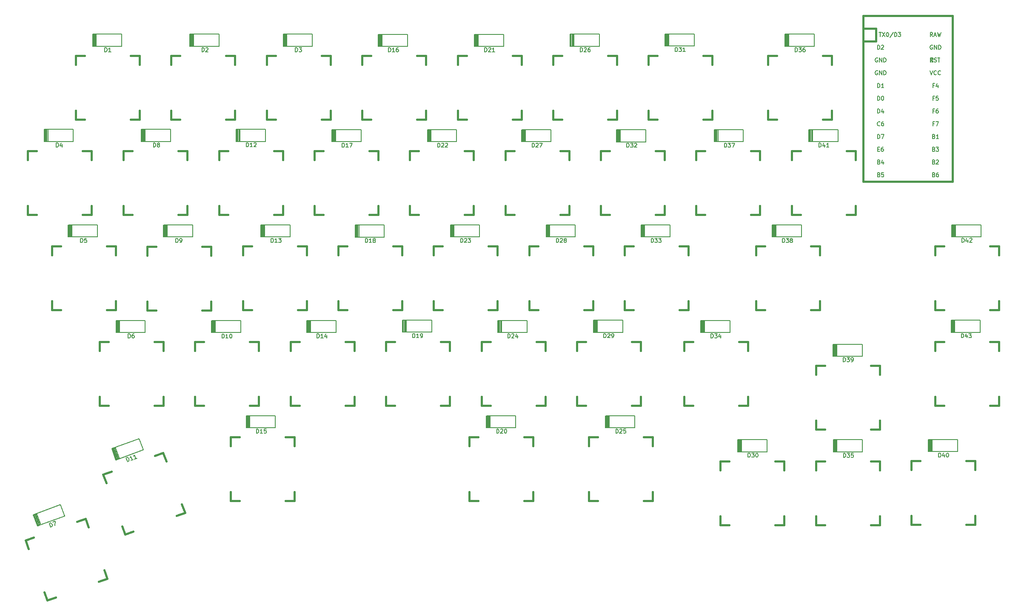
<source format=gbr>
G04 #@! TF.GenerationSoftware,KiCad,Pcbnew,(5.1.5)-3*
G04 #@! TF.CreationDate,2020-05-03T23:14:43-07:00*
G04 #@! TF.ProjectId,right,72696768-742e-46b6-9963-61645f706362,rev?*
G04 #@! TF.SameCoordinates,Original*
G04 #@! TF.FileFunction,Legend,Top*
G04 #@! TF.FilePolarity,Positive*
%FSLAX46Y46*%
G04 Gerber Fmt 4.6, Leading zero omitted, Abs format (unit mm)*
G04 Created by KiCad (PCBNEW (5.1.5)-3) date 2020-05-03 23:14:43*
%MOMM*%
%LPD*%
G04 APERTURE LIST*
%ADD10C,0.381000*%
%ADD11C,0.150000*%
%ADD12C,0.200000*%
G04 APERTURE END LIST*
D10*
X159960000Y-85000000D02*
X161738000Y-85000000D01*
X170882000Y-85000000D02*
X172660000Y-85000000D01*
X172660000Y-85000000D02*
X172660000Y-86778000D01*
X172660000Y-95922000D02*
X172660000Y-97700000D01*
X172660000Y-97700000D02*
X170882000Y-97700000D01*
X161738000Y-97700000D02*
X159960000Y-97700000D01*
X159960000Y-97700000D02*
X159960000Y-95922000D01*
X159960000Y-86778000D02*
X159960000Y-85000000D01*
X138590000Y-85000000D02*
X140368000Y-85000000D01*
X149512000Y-85000000D02*
X151290000Y-85000000D01*
X151290000Y-85000000D02*
X151290000Y-86778000D01*
X151290000Y-95922000D02*
X151290000Y-97700000D01*
X151290000Y-97700000D02*
X149512000Y-97700000D01*
X140368000Y-97700000D02*
X138590000Y-97700000D01*
X138590000Y-97700000D02*
X138590000Y-95922000D01*
X138590000Y-86778000D02*
X138590000Y-85000000D01*
X176580000Y-29788000D02*
X176580000Y-28010000D01*
X176580000Y-40710000D02*
X176580000Y-38932000D01*
X178358000Y-40710000D02*
X176580000Y-40710000D01*
X189280000Y-40710000D02*
X187502000Y-40710000D01*
X189280000Y-38932000D02*
X189280000Y-40710000D01*
X189280000Y-28010000D02*
X189280000Y-29788000D01*
X187502000Y-28010000D02*
X189280000Y-28010000D01*
X176580000Y-28010000D02*
X178358000Y-28010000D01*
X205130000Y-110528000D02*
X205130000Y-108750000D01*
X205130000Y-121450000D02*
X205130000Y-119672000D01*
X206908000Y-121450000D02*
X205130000Y-121450000D01*
X217830000Y-121450000D02*
X216052000Y-121450000D01*
X217830000Y-119672000D02*
X217830000Y-121450000D01*
X217830000Y-108750000D02*
X217830000Y-110528000D01*
X216052000Y-108750000D02*
X217830000Y-108750000D01*
X205130000Y-108750000D02*
X206908000Y-108750000D01*
X174210000Y-65970000D02*
X175988000Y-65970000D01*
X185132000Y-65970000D02*
X186910000Y-65970000D01*
X186910000Y-65970000D02*
X186910000Y-67748000D01*
X186910000Y-76892000D02*
X186910000Y-78670000D01*
X186910000Y-78670000D02*
X185132000Y-78670000D01*
X175988000Y-78670000D02*
X174210000Y-78670000D01*
X174210000Y-78670000D02*
X174210000Y-76892000D01*
X174210000Y-67748000D02*
X174210000Y-65970000D01*
X198140000Y-22570000D02*
X195600000Y-22570000D01*
X195600000Y-20030000D02*
X195600000Y-22570000D01*
X213380000Y-20030000D02*
X195600000Y-20030000D01*
X213380000Y-22570000D02*
X213380000Y-20030000D01*
D11*
G36*
X209421568Y-29049360D02*
G01*
X209421568Y-29249360D01*
X209321568Y-29249360D01*
X209321568Y-29049360D01*
X209421568Y-29049360D01*
G37*
X209421568Y-29049360D02*
X209421568Y-29249360D01*
X209321568Y-29249360D01*
X209321568Y-29049360D01*
X209421568Y-29049360D01*
G36*
X209021568Y-28449360D02*
G01*
X209021568Y-29249360D01*
X208921568Y-29249360D01*
X208921568Y-28449360D01*
X209021568Y-28449360D01*
G37*
X209021568Y-28449360D02*
X209021568Y-29249360D01*
X208921568Y-29249360D01*
X208921568Y-28449360D01*
X209021568Y-28449360D01*
G36*
X209421568Y-28449360D02*
G01*
X209421568Y-28549360D01*
X208921568Y-28549360D01*
X208921568Y-28449360D01*
X209421568Y-28449360D01*
G37*
X209421568Y-28449360D02*
X209421568Y-28549360D01*
X208921568Y-28549360D01*
X208921568Y-28449360D01*
X209421568Y-28449360D01*
G36*
X209221568Y-28849360D02*
G01*
X209221568Y-28949360D01*
X209121568Y-28949360D01*
X209121568Y-28849360D01*
X209221568Y-28849360D01*
G37*
X209221568Y-28849360D02*
X209221568Y-28949360D01*
X209121568Y-28949360D01*
X209121568Y-28849360D01*
X209221568Y-28849360D01*
G36*
X209421568Y-28449360D02*
G01*
X209421568Y-28749360D01*
X209321568Y-28749360D01*
X209321568Y-28449360D01*
X209421568Y-28449360D01*
G37*
X209421568Y-28449360D02*
X209421568Y-28749360D01*
X209321568Y-28749360D01*
X209321568Y-28449360D01*
X209421568Y-28449360D01*
D10*
X198140000Y-25110000D02*
X195600000Y-25110000D01*
X198140000Y-22570000D02*
X198140000Y-25110000D01*
X213380000Y-53050000D02*
X213380000Y-22570000D01*
X195600000Y-53050000D02*
X213380000Y-53050000D01*
X195600000Y-22570000D02*
X195600000Y-53050000D01*
X186130000Y-110538000D02*
X186130000Y-108760000D01*
X186130000Y-121460000D02*
X186130000Y-119682000D01*
X187908000Y-121460000D02*
X186130000Y-121460000D01*
X198830000Y-121460000D02*
X197052000Y-121460000D01*
X198830000Y-119682000D02*
X198830000Y-121460000D01*
X198830000Y-108760000D02*
X198830000Y-110538000D01*
X197052000Y-108760000D02*
X198830000Y-108760000D01*
X186130000Y-108760000D02*
X187908000Y-108760000D01*
X186130000Y-89750000D02*
X187908000Y-89750000D01*
X197052000Y-89750000D02*
X198830000Y-89750000D01*
X198830000Y-89750000D02*
X198830000Y-91528000D01*
X198830000Y-100672000D02*
X198830000Y-102450000D01*
X198830000Y-102450000D02*
X197052000Y-102450000D01*
X187908000Y-102450000D02*
X186130000Y-102450000D01*
X186130000Y-102450000D02*
X186130000Y-100672000D01*
X186130000Y-91528000D02*
X186130000Y-89750000D01*
X162330000Y-47010000D02*
X164108000Y-47010000D01*
X173252000Y-47010000D02*
X175030000Y-47010000D01*
X175030000Y-47010000D02*
X175030000Y-48788000D01*
X175030000Y-57932000D02*
X175030000Y-59710000D01*
X175030000Y-59710000D02*
X173252000Y-59710000D01*
X164108000Y-59710000D02*
X162330000Y-59710000D01*
X162330000Y-59710000D02*
X162330000Y-57932000D01*
X162330000Y-48788000D02*
X162330000Y-47010000D01*
X181340000Y-46990000D02*
X183118000Y-46990000D01*
X192262000Y-46990000D02*
X194040000Y-46990000D01*
X194040000Y-46990000D02*
X194040000Y-48768000D01*
X194040000Y-57912000D02*
X194040000Y-59690000D01*
X194040000Y-59690000D02*
X192262000Y-59690000D01*
X183118000Y-59690000D02*
X181340000Y-59690000D01*
X181340000Y-59690000D02*
X181340000Y-57912000D01*
X181340000Y-48768000D02*
X181340000Y-46990000D01*
X43600000Y-86778000D02*
X43600000Y-85000000D01*
X43600000Y-97700000D02*
X43600000Y-95922000D01*
X45378000Y-97700000D02*
X43600000Y-97700000D01*
X56300000Y-97700000D02*
X54522000Y-97700000D01*
X56300000Y-95922000D02*
X56300000Y-97700000D01*
X56300000Y-85000000D02*
X56300000Y-86778000D01*
X54522000Y-85000000D02*
X56300000Y-85000000D01*
X43600000Y-85000000D02*
X45378000Y-85000000D01*
X105320000Y-48778000D02*
X105320000Y-47000000D01*
X105320000Y-59700000D02*
X105320000Y-57922000D01*
X107098000Y-59700000D02*
X105320000Y-59700000D01*
X118020000Y-59700000D02*
X116242000Y-59700000D01*
X118020000Y-57922000D02*
X118020000Y-59700000D01*
X118020000Y-47000000D02*
X118020000Y-48778000D01*
X116242000Y-47000000D02*
X118020000Y-47000000D01*
X105320000Y-47000000D02*
X107098000Y-47000000D01*
X119580000Y-86758000D02*
X119580000Y-84980000D01*
X119580000Y-97680000D02*
X119580000Y-95902000D01*
X121358000Y-97680000D02*
X119580000Y-97680000D01*
X132280000Y-97680000D02*
X130502000Y-97680000D01*
X132280000Y-95902000D02*
X132280000Y-97680000D01*
X132280000Y-84980000D02*
X132280000Y-86758000D01*
X130502000Y-84980000D02*
X132280000Y-84980000D01*
X119580000Y-84980000D02*
X121358000Y-84980000D01*
X140930000Y-103970000D02*
X142708000Y-103970000D01*
X151852000Y-103970000D02*
X153630000Y-103970000D01*
X153630000Y-103970000D02*
X153630000Y-105748000D01*
X153630000Y-114892000D02*
X153630000Y-116670000D01*
X153630000Y-116670000D02*
X151852000Y-116670000D01*
X142708000Y-116670000D02*
X140930000Y-116670000D01*
X140930000Y-116670000D02*
X140930000Y-114892000D01*
X140930000Y-105748000D02*
X140930000Y-103970000D01*
X129090000Y-65990000D02*
X130868000Y-65990000D01*
X140012000Y-65990000D02*
X141790000Y-65990000D01*
X141790000Y-65990000D02*
X141790000Y-67768000D01*
X141790000Y-76912000D02*
X141790000Y-78690000D01*
X141790000Y-78690000D02*
X140012000Y-78690000D01*
X130868000Y-78690000D02*
X129090000Y-78690000D01*
X129090000Y-78690000D02*
X129090000Y-76912000D01*
X129090000Y-67768000D02*
X129090000Y-65990000D01*
X81580000Y-84990000D02*
X83358000Y-84990000D01*
X92502000Y-84990000D02*
X94280000Y-84990000D01*
X94280000Y-84990000D02*
X94280000Y-86768000D01*
X94280000Y-95912000D02*
X94280000Y-97690000D01*
X94280000Y-97690000D02*
X92502000Y-97690000D01*
X83358000Y-97690000D02*
X81580000Y-97690000D01*
X81580000Y-97690000D02*
X81580000Y-95912000D01*
X81580000Y-86768000D02*
X81580000Y-84990000D01*
X48644780Y-123378876D02*
X48036668Y-121708103D01*
X44909236Y-113115553D02*
X44301124Y-111444780D01*
X44301124Y-111444780D02*
X45971897Y-110836668D01*
X54564447Y-107709236D02*
X56235220Y-107101124D01*
X56235220Y-107101124D02*
X56843332Y-108771897D01*
X59970764Y-117364447D02*
X60578876Y-119035220D01*
X60578876Y-119035220D02*
X58908103Y-119643332D01*
X50315553Y-122770764D02*
X48644780Y-123378876D01*
X100570000Y-86758000D02*
X100570000Y-84980000D01*
X100570000Y-97680000D02*
X100570000Y-95902000D01*
X102348000Y-97680000D02*
X100570000Y-97680000D01*
X113270000Y-97680000D02*
X111492000Y-97680000D01*
X113270000Y-95902000D02*
X113270000Y-97680000D01*
X113270000Y-84980000D02*
X113270000Y-86758000D01*
X111492000Y-84980000D02*
X113270000Y-84980000D01*
X100570000Y-84980000D02*
X102348000Y-84980000D01*
X114850000Y-27980000D02*
X116628000Y-27980000D01*
X125772000Y-27980000D02*
X127550000Y-27980000D01*
X127550000Y-27980000D02*
X127550000Y-29758000D01*
X127550000Y-38902000D02*
X127550000Y-40680000D01*
X127550000Y-40680000D02*
X125772000Y-40680000D01*
X116628000Y-40680000D02*
X114850000Y-40680000D01*
X114850000Y-40680000D02*
X114850000Y-38902000D01*
X114850000Y-29758000D02*
X114850000Y-27980000D01*
X133850000Y-29768000D02*
X133850000Y-27990000D01*
X133850000Y-40690000D02*
X133850000Y-38912000D01*
X135628000Y-40690000D02*
X133850000Y-40690000D01*
X146550000Y-40690000D02*
X144772000Y-40690000D01*
X146550000Y-38912000D02*
X146550000Y-40690000D01*
X146550000Y-27990000D02*
X146550000Y-29768000D01*
X144772000Y-27990000D02*
X146550000Y-27990000D01*
X133850000Y-27990000D02*
X135628000Y-27990000D01*
X95840000Y-28030000D02*
X97618000Y-28030000D01*
X106762000Y-28030000D02*
X108540000Y-28030000D01*
X108540000Y-28030000D02*
X108540000Y-29808000D01*
X108540000Y-38952000D02*
X108540000Y-40730000D01*
X108540000Y-40730000D02*
X106762000Y-40730000D01*
X97618000Y-40730000D02*
X95840000Y-40730000D01*
X95840000Y-40730000D02*
X95840000Y-38952000D01*
X95840000Y-29808000D02*
X95840000Y-28030000D01*
X110080000Y-65990000D02*
X111858000Y-65990000D01*
X121002000Y-65990000D02*
X122780000Y-65990000D01*
X122780000Y-65990000D02*
X122780000Y-67768000D01*
X122780000Y-76912000D02*
X122780000Y-78690000D01*
X122780000Y-78690000D02*
X121002000Y-78690000D01*
X111858000Y-78690000D02*
X110080000Y-78690000D01*
X110080000Y-78690000D02*
X110080000Y-76912000D01*
X110080000Y-67768000D02*
X110080000Y-65990000D01*
X167120000Y-108760000D02*
X168898000Y-108760000D01*
X178042000Y-108760000D02*
X179820000Y-108760000D01*
X179820000Y-108760000D02*
X179820000Y-110538000D01*
X179820000Y-119682000D02*
X179820000Y-121460000D01*
X179820000Y-121460000D02*
X178042000Y-121460000D01*
X168898000Y-121460000D02*
X167120000Y-121460000D01*
X167120000Y-121460000D02*
X167120000Y-119682000D01*
X167120000Y-110538000D02*
X167120000Y-108760000D01*
X62560000Y-86788000D02*
X62560000Y-85010000D01*
X62560000Y-97710000D02*
X62560000Y-95932000D01*
X64338000Y-97710000D02*
X62560000Y-97710000D01*
X75260000Y-97710000D02*
X73482000Y-97710000D01*
X75260000Y-95932000D02*
X75260000Y-97710000D01*
X75260000Y-85010000D02*
X75260000Y-86788000D01*
X73482000Y-85010000D02*
X75260000Y-85010000D01*
X62560000Y-85010000D02*
X64338000Y-85010000D01*
X67350000Y-48758000D02*
X67350000Y-46980000D01*
X67350000Y-59680000D02*
X67350000Y-57902000D01*
X69128000Y-59680000D02*
X67350000Y-59680000D01*
X80050000Y-59680000D02*
X78272000Y-59680000D01*
X80050000Y-57902000D02*
X80050000Y-59680000D01*
X80050000Y-46980000D02*
X80050000Y-48758000D01*
X78272000Y-46980000D02*
X80050000Y-46980000D01*
X67350000Y-46980000D02*
X69128000Y-46980000D01*
X29310000Y-48758000D02*
X29310000Y-46980000D01*
X29310000Y-59680000D02*
X29310000Y-57902000D01*
X31088000Y-59680000D02*
X29310000Y-59680000D01*
X42010000Y-59680000D02*
X40232000Y-59680000D01*
X42010000Y-57902000D02*
X42010000Y-59680000D01*
X42010000Y-46980000D02*
X42010000Y-48758000D01*
X40232000Y-46980000D02*
X42010000Y-46980000D01*
X29310000Y-46980000D02*
X31088000Y-46980000D01*
X86360000Y-46990000D02*
X88138000Y-46990000D01*
X97282000Y-46990000D02*
X99060000Y-46990000D01*
X99060000Y-46990000D02*
X99060000Y-48768000D01*
X99060000Y-57912000D02*
X99060000Y-59690000D01*
X99060000Y-59690000D02*
X97282000Y-59690000D01*
X88138000Y-59690000D02*
X86360000Y-59690000D01*
X86360000Y-59690000D02*
X86360000Y-57912000D01*
X86360000Y-48768000D02*
X86360000Y-46990000D01*
X117190000Y-103980000D02*
X118968000Y-103980000D01*
X128112000Y-103980000D02*
X129890000Y-103980000D01*
X129890000Y-103980000D02*
X129890000Y-105758000D01*
X129890000Y-114902000D02*
X129890000Y-116680000D01*
X129890000Y-116680000D02*
X128112000Y-116680000D01*
X118968000Y-116680000D02*
X117190000Y-116680000D01*
X117190000Y-116680000D02*
X117190000Y-114902000D01*
X117190000Y-105758000D02*
X117190000Y-103980000D01*
X48330000Y-48758000D02*
X48330000Y-46980000D01*
X48330000Y-59680000D02*
X48330000Y-57902000D01*
X50108000Y-59680000D02*
X48330000Y-59680000D01*
X61030000Y-59680000D02*
X59252000Y-59680000D01*
X61030000Y-57902000D02*
X61030000Y-59680000D01*
X61030000Y-46980000D02*
X61030000Y-48758000D01*
X59252000Y-46980000D02*
X61030000Y-46980000D01*
X48330000Y-46980000D02*
X50108000Y-46980000D01*
X69690000Y-105758000D02*
X69690000Y-103980000D01*
X69690000Y-116680000D02*
X69690000Y-114902000D01*
X71468000Y-116680000D02*
X69690000Y-116680000D01*
X82390000Y-116680000D02*
X80612000Y-116680000D01*
X82390000Y-114902000D02*
X82390000Y-116680000D01*
X82390000Y-103980000D02*
X82390000Y-105758000D01*
X80612000Y-103980000D02*
X82390000Y-103980000D01*
X69690000Y-103980000D02*
X71468000Y-103980000D01*
X124320000Y-47010000D02*
X126098000Y-47010000D01*
X135242000Y-47010000D02*
X137020000Y-47010000D01*
X137020000Y-47010000D02*
X137020000Y-48788000D01*
X137020000Y-57932000D02*
X137020000Y-59710000D01*
X137020000Y-59710000D02*
X135242000Y-59710000D01*
X126098000Y-59710000D02*
X124320000Y-59710000D01*
X124320000Y-59710000D02*
X124320000Y-57932000D01*
X124320000Y-48788000D02*
X124320000Y-47010000D01*
X34070000Y-67768000D02*
X34070000Y-65990000D01*
X34070000Y-78690000D02*
X34070000Y-76912000D01*
X35848000Y-78690000D02*
X34070000Y-78690000D01*
X46770000Y-78690000D02*
X44992000Y-78690000D01*
X46770000Y-76912000D02*
X46770000Y-78690000D01*
X46770000Y-65990000D02*
X46770000Y-67768000D01*
X44992000Y-65990000D02*
X46770000Y-65990000D01*
X34070000Y-65990000D02*
X35848000Y-65990000D01*
X91080000Y-67758000D02*
X91080000Y-65980000D01*
X91080000Y-78680000D02*
X91080000Y-76902000D01*
X92858000Y-78680000D02*
X91080000Y-78680000D01*
X103780000Y-78680000D02*
X102002000Y-78680000D01*
X103780000Y-76902000D02*
X103780000Y-78680000D01*
X103780000Y-65980000D02*
X103780000Y-67758000D01*
X102002000Y-65980000D02*
X103780000Y-65980000D01*
X91080000Y-65980000D02*
X92858000Y-65980000D01*
X152825000Y-29768000D02*
X152825000Y-27990000D01*
X152825000Y-40690000D02*
X152825000Y-38912000D01*
X154603000Y-40690000D02*
X152825000Y-40690000D01*
X165525000Y-40690000D02*
X163747000Y-40690000D01*
X165525000Y-38912000D02*
X165525000Y-40690000D01*
X165525000Y-27990000D02*
X165525000Y-29768000D01*
X163747000Y-27990000D02*
X165525000Y-27990000D01*
X152825000Y-27990000D02*
X154603000Y-27990000D01*
X143330000Y-47020000D02*
X145108000Y-47020000D01*
X154252000Y-47020000D02*
X156030000Y-47020000D01*
X156030000Y-47020000D02*
X156030000Y-48798000D01*
X156030000Y-57942000D02*
X156030000Y-59720000D01*
X156030000Y-59720000D02*
X154252000Y-59720000D01*
X145108000Y-59720000D02*
X143330000Y-59720000D01*
X143330000Y-59720000D02*
X143330000Y-57942000D01*
X143330000Y-48798000D02*
X143330000Y-47020000D01*
X148090000Y-67768000D02*
X148090000Y-65990000D01*
X148090000Y-78690000D02*
X148090000Y-76912000D01*
X149868000Y-78690000D02*
X148090000Y-78690000D01*
X160790000Y-78690000D02*
X159012000Y-78690000D01*
X160790000Y-76912000D02*
X160790000Y-78690000D01*
X160790000Y-65990000D02*
X160790000Y-67768000D01*
X159012000Y-65990000D02*
X160790000Y-65990000D01*
X148090000Y-65990000D02*
X149868000Y-65990000D01*
X33164780Y-136498876D02*
X32556668Y-134828103D01*
X29429236Y-126235553D02*
X28821124Y-124564780D01*
X28821124Y-124564780D02*
X30491897Y-123956668D01*
X39084447Y-120829236D02*
X40755220Y-120221124D01*
X40755220Y-120221124D02*
X41363332Y-121891897D01*
X44490764Y-130484447D02*
X45098876Y-132155220D01*
X45098876Y-132155220D02*
X43428103Y-132763332D01*
X34835553Y-135890764D02*
X33164780Y-136498876D01*
X53050000Y-66000000D02*
X54828000Y-66000000D01*
X63972000Y-66000000D02*
X65750000Y-66000000D01*
X65750000Y-66000000D02*
X65750000Y-67778000D01*
X65750000Y-76922000D02*
X65750000Y-78700000D01*
X65750000Y-78700000D02*
X63972000Y-78700000D01*
X54828000Y-78700000D02*
X53050000Y-78700000D01*
X53050000Y-78700000D02*
X53050000Y-76922000D01*
X53050000Y-67778000D02*
X53050000Y-66000000D01*
X72110000Y-67758000D02*
X72110000Y-65980000D01*
X72110000Y-78680000D02*
X72110000Y-76902000D01*
X73888000Y-78680000D02*
X72110000Y-78680000D01*
X84810000Y-78680000D02*
X83032000Y-78680000D01*
X84810000Y-76902000D02*
X84810000Y-78680000D01*
X84810000Y-65980000D02*
X84810000Y-67758000D01*
X83032000Y-65980000D02*
X84810000Y-65980000D01*
X72110000Y-65980000D02*
X73888000Y-65980000D01*
X38830000Y-27990000D02*
X40608000Y-27990000D01*
X49752000Y-27990000D02*
X51530000Y-27990000D01*
X51530000Y-27990000D02*
X51530000Y-29768000D01*
X51530000Y-38912000D02*
X51530000Y-40690000D01*
X51530000Y-40690000D02*
X49752000Y-40690000D01*
X40608000Y-40690000D02*
X38830000Y-40690000D01*
X38830000Y-40690000D02*
X38830000Y-38912000D01*
X38830000Y-29768000D02*
X38830000Y-27990000D01*
X57830000Y-27990000D02*
X59608000Y-27990000D01*
X68752000Y-27990000D02*
X70530000Y-27990000D01*
X70530000Y-27990000D02*
X70530000Y-29768000D01*
X70530000Y-38912000D02*
X70530000Y-40690000D01*
X70530000Y-40690000D02*
X68752000Y-40690000D01*
X59608000Y-40690000D02*
X57830000Y-40690000D01*
X57830000Y-40690000D02*
X57830000Y-38912000D01*
X57830000Y-29768000D02*
X57830000Y-27990000D01*
X76850000Y-29788000D02*
X76850000Y-28010000D01*
X76850000Y-40710000D02*
X76850000Y-38932000D01*
X78628000Y-40710000D02*
X76850000Y-40710000D01*
X89550000Y-40710000D02*
X87772000Y-40710000D01*
X89550000Y-38932000D02*
X89550000Y-40710000D01*
X89550000Y-28010000D02*
X89550000Y-29788000D01*
X87772000Y-28010000D02*
X89550000Y-28010000D01*
X76850000Y-28010000D02*
X78628000Y-28010000D01*
D12*
X48020000Y-26140000D02*
X42220000Y-26140000D01*
X48020000Y-23740000D02*
X48020000Y-26140000D01*
X42220000Y-23740000D02*
X48020000Y-23740000D01*
X42295000Y-23740000D02*
X42295000Y-26140000D01*
X42420000Y-23740000D02*
X42420000Y-26140000D01*
X42195000Y-26140000D02*
X42195000Y-23740000D01*
X42595000Y-23740000D02*
X42595000Y-26140000D01*
X42770000Y-23740000D02*
X42770000Y-26140000D01*
X42945000Y-23740000D02*
X42945000Y-26140000D01*
X67370000Y-26130000D02*
X61570000Y-26130000D01*
X67370000Y-23730000D02*
X67370000Y-26130000D01*
X61570000Y-23730000D02*
X67370000Y-23730000D01*
X61645000Y-23730000D02*
X61645000Y-26130000D01*
X61770000Y-23730000D02*
X61770000Y-26130000D01*
X61545000Y-26130000D02*
X61545000Y-23730000D01*
X61945000Y-23730000D02*
X61945000Y-26130000D01*
X62120000Y-23730000D02*
X62120000Y-26130000D01*
X62295000Y-23730000D02*
X62295000Y-26130000D01*
X80880000Y-23730000D02*
X80880000Y-26130000D01*
X80705000Y-23730000D02*
X80705000Y-26130000D01*
X80530000Y-23730000D02*
X80530000Y-26130000D01*
X80130000Y-26130000D02*
X80130000Y-23730000D01*
X80355000Y-23730000D02*
X80355000Y-26130000D01*
X80230000Y-23730000D02*
X80230000Y-26130000D01*
X80155000Y-23730000D02*
X85955000Y-23730000D01*
X85955000Y-23730000D02*
X85955000Y-26130000D01*
X85955000Y-26130000D02*
X80155000Y-26130000D01*
X33305000Y-42710000D02*
X33305000Y-45110000D01*
X33130000Y-42710000D02*
X33130000Y-45110000D01*
X32955000Y-42710000D02*
X32955000Y-45110000D01*
X32555000Y-45110000D02*
X32555000Y-42710000D01*
X32780000Y-42710000D02*
X32780000Y-45110000D01*
X32655000Y-42710000D02*
X32655000Y-45110000D01*
X32580000Y-42710000D02*
X38380000Y-42710000D01*
X38380000Y-42710000D02*
X38380000Y-45110000D01*
X38380000Y-45110000D02*
X32580000Y-45110000D01*
X43180000Y-64130000D02*
X37380000Y-64130000D01*
X43180000Y-61730000D02*
X43180000Y-64130000D01*
X37380000Y-61730000D02*
X43180000Y-61730000D01*
X37455000Y-61730000D02*
X37455000Y-64130000D01*
X37580000Y-61730000D02*
X37580000Y-64130000D01*
X37355000Y-64130000D02*
X37355000Y-61730000D01*
X37755000Y-61730000D02*
X37755000Y-64130000D01*
X37930000Y-61730000D02*
X37930000Y-64130000D01*
X38105000Y-61730000D02*
X38105000Y-64130000D01*
X47605000Y-80740000D02*
X47605000Y-83140000D01*
X47430000Y-80740000D02*
X47430000Y-83140000D01*
X47255000Y-80740000D02*
X47255000Y-83140000D01*
X46855000Y-83140000D02*
X46855000Y-80740000D01*
X47080000Y-80740000D02*
X47080000Y-83140000D01*
X46955000Y-80740000D02*
X46955000Y-83140000D01*
X46880000Y-80740000D02*
X52680000Y-80740000D01*
X52680000Y-80740000D02*
X52680000Y-83140000D01*
X52680000Y-83140000D02*
X46880000Y-83140000D01*
X31071775Y-119190465D02*
X31892623Y-121445727D01*
X30907329Y-119250318D02*
X31728177Y-121505580D01*
X30742883Y-119310172D02*
X31563731Y-121565434D01*
X31187854Y-121702242D02*
X30367006Y-119446980D01*
X30578436Y-119370025D02*
X31399285Y-121625288D01*
X30460975Y-119412778D02*
X31281823Y-121668040D01*
X30390498Y-119438429D02*
X35840715Y-117454712D01*
X35840715Y-117454712D02*
X36661564Y-119709975D01*
X36661564Y-119709975D02*
X31211346Y-121693692D01*
X52645000Y-42710000D02*
X52645000Y-45110000D01*
X52470000Y-42710000D02*
X52470000Y-45110000D01*
X52295000Y-42710000D02*
X52295000Y-45110000D01*
X51895000Y-45110000D02*
X51895000Y-42710000D01*
X52120000Y-42710000D02*
X52120000Y-45110000D01*
X51995000Y-42710000D02*
X51995000Y-45110000D01*
X51920000Y-42710000D02*
X57720000Y-42710000D01*
X57720000Y-42710000D02*
X57720000Y-45110000D01*
X57720000Y-45110000D02*
X51920000Y-45110000D01*
X57075000Y-61730000D02*
X57075000Y-64130000D01*
X56900000Y-61730000D02*
X56900000Y-64130000D01*
X56725000Y-61730000D02*
X56725000Y-64130000D01*
X56325000Y-64130000D02*
X56325000Y-61730000D01*
X56550000Y-61730000D02*
X56550000Y-64130000D01*
X56425000Y-61730000D02*
X56425000Y-64130000D01*
X56350000Y-61730000D02*
X62150000Y-61730000D01*
X62150000Y-61730000D02*
X62150000Y-64130000D01*
X62150000Y-64130000D02*
X56350000Y-64130000D01*
X71720000Y-83160000D02*
X65920000Y-83160000D01*
X71720000Y-80760000D02*
X71720000Y-83160000D01*
X65920000Y-80760000D02*
X71720000Y-80760000D01*
X65995000Y-80760000D02*
X65995000Y-83160000D01*
X66120000Y-80760000D02*
X66120000Y-83160000D01*
X65895000Y-83160000D02*
X65895000Y-80760000D01*
X66295000Y-80760000D02*
X66295000Y-83160000D01*
X66470000Y-80760000D02*
X66470000Y-83160000D01*
X66645000Y-80760000D02*
X66645000Y-83160000D01*
X46721775Y-106020465D02*
X47542623Y-108275727D01*
X46557329Y-106080318D02*
X47378177Y-108335580D01*
X46392883Y-106140172D02*
X47213731Y-108395434D01*
X46837854Y-108532242D02*
X46017006Y-106276980D01*
X46228436Y-106200025D02*
X47049285Y-108455288D01*
X46110975Y-106242778D02*
X46931823Y-108498040D01*
X46040498Y-106268429D02*
X51490715Y-104284712D01*
X51490715Y-104284712D02*
X52311564Y-106539975D01*
X52311564Y-106539975D02*
X46861346Y-108523692D01*
X71495000Y-42690000D02*
X71495000Y-45090000D01*
X71320000Y-42690000D02*
X71320000Y-45090000D01*
X71145000Y-42690000D02*
X71145000Y-45090000D01*
X70745000Y-45090000D02*
X70745000Y-42690000D01*
X70970000Y-42690000D02*
X70970000Y-45090000D01*
X70845000Y-42690000D02*
X70845000Y-45090000D01*
X70770000Y-42690000D02*
X76570000Y-42690000D01*
X76570000Y-42690000D02*
X76570000Y-45090000D01*
X76570000Y-45090000D02*
X70770000Y-45090000D01*
X81500000Y-64100000D02*
X75700000Y-64100000D01*
X81500000Y-61700000D02*
X81500000Y-64100000D01*
X75700000Y-61700000D02*
X81500000Y-61700000D01*
X75775000Y-61700000D02*
X75775000Y-64100000D01*
X75900000Y-61700000D02*
X75900000Y-64100000D01*
X75675000Y-64100000D02*
X75675000Y-61700000D01*
X76075000Y-61700000D02*
X76075000Y-64100000D01*
X76250000Y-61700000D02*
X76250000Y-64100000D01*
X76425000Y-61700000D02*
X76425000Y-64100000D01*
X85575000Y-80730000D02*
X85575000Y-83130000D01*
X85400000Y-80730000D02*
X85400000Y-83130000D01*
X85225000Y-80730000D02*
X85225000Y-83130000D01*
X84825000Y-83130000D02*
X84825000Y-80730000D01*
X85050000Y-80730000D02*
X85050000Y-83130000D01*
X84925000Y-80730000D02*
X84925000Y-83130000D01*
X84850000Y-80730000D02*
X90650000Y-80730000D01*
X90650000Y-80730000D02*
X90650000Y-83130000D01*
X90650000Y-83130000D02*
X84850000Y-83130000D01*
X78585000Y-102100000D02*
X72785000Y-102100000D01*
X78585000Y-99700000D02*
X78585000Y-102100000D01*
X72785000Y-99700000D02*
X78585000Y-99700000D01*
X72860000Y-99700000D02*
X72860000Y-102100000D01*
X72985000Y-99700000D02*
X72985000Y-102100000D01*
X72760000Y-102100000D02*
X72760000Y-99700000D01*
X73160000Y-99700000D02*
X73160000Y-102100000D01*
X73335000Y-99700000D02*
X73335000Y-102100000D01*
X73510000Y-99700000D02*
X73510000Y-102100000D01*
X104860000Y-26160000D02*
X99060000Y-26160000D01*
X104860000Y-23760000D02*
X104860000Y-26160000D01*
X99060000Y-23760000D02*
X104860000Y-23760000D01*
X99135000Y-23760000D02*
X99135000Y-26160000D01*
X99260000Y-23760000D02*
X99260000Y-26160000D01*
X99035000Y-26160000D02*
X99035000Y-23760000D01*
X99435000Y-23760000D02*
X99435000Y-26160000D01*
X99610000Y-23760000D02*
X99610000Y-26160000D01*
X99785000Y-23760000D02*
X99785000Y-26160000D01*
X95650000Y-45140000D02*
X89850000Y-45140000D01*
X95650000Y-42740000D02*
X95650000Y-45140000D01*
X89850000Y-42740000D02*
X95650000Y-42740000D01*
X89925000Y-42740000D02*
X89925000Y-45140000D01*
X90050000Y-42740000D02*
X90050000Y-45140000D01*
X89825000Y-45140000D02*
X89825000Y-42740000D01*
X90225000Y-42740000D02*
X90225000Y-45140000D01*
X90400000Y-42740000D02*
X90400000Y-45140000D01*
X90575000Y-42740000D02*
X90575000Y-45140000D01*
X95195000Y-61740000D02*
X95195000Y-64140000D01*
X95020000Y-61740000D02*
X95020000Y-64140000D01*
X94845000Y-61740000D02*
X94845000Y-64140000D01*
X94445000Y-64140000D02*
X94445000Y-61740000D01*
X94670000Y-61740000D02*
X94670000Y-64140000D01*
X94545000Y-61740000D02*
X94545000Y-64140000D01*
X94470000Y-61740000D02*
X100270000Y-61740000D01*
X100270000Y-61740000D02*
X100270000Y-64140000D01*
X100270000Y-64140000D02*
X94470000Y-64140000D01*
X109680000Y-83080000D02*
X103880000Y-83080000D01*
X109680000Y-80680000D02*
X109680000Y-83080000D01*
X103880000Y-80680000D02*
X109680000Y-80680000D01*
X103955000Y-80680000D02*
X103955000Y-83080000D01*
X104080000Y-80680000D02*
X104080000Y-83080000D01*
X103855000Y-83080000D02*
X103855000Y-80680000D01*
X104255000Y-80680000D02*
X104255000Y-83080000D01*
X104430000Y-80680000D02*
X104430000Y-83080000D01*
X104605000Y-80680000D02*
X104605000Y-83080000D01*
X121325000Y-99710000D02*
X121325000Y-102110000D01*
X121150000Y-99710000D02*
X121150000Y-102110000D01*
X120975000Y-99710000D02*
X120975000Y-102110000D01*
X120575000Y-102110000D02*
X120575000Y-99710000D01*
X120800000Y-99710000D02*
X120800000Y-102110000D01*
X120675000Y-99710000D02*
X120675000Y-102110000D01*
X120600000Y-99710000D02*
X126400000Y-99710000D01*
X126400000Y-99710000D02*
X126400000Y-102110000D01*
X126400000Y-102110000D02*
X120600000Y-102110000D01*
X118935000Y-23750000D02*
X118935000Y-26150000D01*
X118760000Y-23750000D02*
X118760000Y-26150000D01*
X118585000Y-23750000D02*
X118585000Y-26150000D01*
X118185000Y-26150000D02*
X118185000Y-23750000D01*
X118410000Y-23750000D02*
X118410000Y-26150000D01*
X118285000Y-23750000D02*
X118285000Y-26150000D01*
X118210000Y-23750000D02*
X124010000Y-23750000D01*
X124010000Y-23750000D02*
X124010000Y-26150000D01*
X124010000Y-26150000D02*
X118210000Y-26150000D01*
X114660000Y-45140000D02*
X108860000Y-45140000D01*
X114660000Y-42740000D02*
X114660000Y-45140000D01*
X108860000Y-42740000D02*
X114660000Y-42740000D01*
X108935000Y-42740000D02*
X108935000Y-45140000D01*
X109060000Y-42740000D02*
X109060000Y-45140000D01*
X108835000Y-45140000D02*
X108835000Y-42740000D01*
X109235000Y-42740000D02*
X109235000Y-45140000D01*
X109410000Y-42740000D02*
X109410000Y-45140000D01*
X109585000Y-42740000D02*
X109585000Y-45140000D01*
X119230000Y-64110000D02*
X113430000Y-64110000D01*
X119230000Y-61710000D02*
X119230000Y-64110000D01*
X113430000Y-61710000D02*
X119230000Y-61710000D01*
X113505000Y-61710000D02*
X113505000Y-64110000D01*
X113630000Y-61710000D02*
X113630000Y-64110000D01*
X113405000Y-64110000D02*
X113405000Y-61710000D01*
X113805000Y-61710000D02*
X113805000Y-64110000D01*
X113980000Y-61710000D02*
X113980000Y-64110000D01*
X114155000Y-61710000D02*
X114155000Y-64110000D01*
X123565000Y-80730000D02*
X123565000Y-83130000D01*
X123390000Y-80730000D02*
X123390000Y-83130000D01*
X123215000Y-80730000D02*
X123215000Y-83130000D01*
X122815000Y-83130000D02*
X122815000Y-80730000D01*
X123040000Y-80730000D02*
X123040000Y-83130000D01*
X122915000Y-80730000D02*
X122915000Y-83130000D01*
X122840000Y-80730000D02*
X128640000Y-80730000D01*
X128640000Y-80730000D02*
X128640000Y-83130000D01*
X128640000Y-83130000D02*
X122840000Y-83130000D01*
X150110000Y-102100000D02*
X144310000Y-102100000D01*
X150110000Y-99700000D02*
X150110000Y-102100000D01*
X144310000Y-99700000D02*
X150110000Y-99700000D01*
X144385000Y-99700000D02*
X144385000Y-102100000D01*
X144510000Y-99700000D02*
X144510000Y-102100000D01*
X144285000Y-102100000D02*
X144285000Y-99700000D01*
X144685000Y-99700000D02*
X144685000Y-102100000D01*
X144860000Y-99700000D02*
X144860000Y-102100000D01*
X145035000Y-99700000D02*
X145035000Y-102100000D01*
X143040000Y-26130000D02*
X137240000Y-26130000D01*
X143040000Y-23730000D02*
X143040000Y-26130000D01*
X137240000Y-23730000D02*
X143040000Y-23730000D01*
X137315000Y-23730000D02*
X137315000Y-26130000D01*
X137440000Y-23730000D02*
X137440000Y-26130000D01*
X137215000Y-26130000D02*
X137215000Y-23730000D01*
X137615000Y-23730000D02*
X137615000Y-26130000D01*
X137790000Y-23730000D02*
X137790000Y-26130000D01*
X137965000Y-23730000D02*
X137965000Y-26130000D01*
X133440000Y-45150000D02*
X127640000Y-45150000D01*
X133440000Y-42750000D02*
X133440000Y-45150000D01*
X127640000Y-42750000D02*
X133440000Y-42750000D01*
X127715000Y-42750000D02*
X127715000Y-45150000D01*
X127840000Y-42750000D02*
X127840000Y-45150000D01*
X127615000Y-45150000D02*
X127615000Y-42750000D01*
X128015000Y-42750000D02*
X128015000Y-45150000D01*
X128190000Y-42750000D02*
X128190000Y-45150000D01*
X128365000Y-42750000D02*
X128365000Y-45150000D01*
X133205000Y-61710000D02*
X133205000Y-64110000D01*
X133030000Y-61710000D02*
X133030000Y-64110000D01*
X132855000Y-61710000D02*
X132855000Y-64110000D01*
X132455000Y-64110000D02*
X132455000Y-61710000D01*
X132680000Y-61710000D02*
X132680000Y-64110000D01*
X132555000Y-61710000D02*
X132555000Y-64110000D01*
X132480000Y-61710000D02*
X138280000Y-61710000D01*
X138280000Y-61710000D02*
X138280000Y-64110000D01*
X138280000Y-64110000D02*
X132480000Y-64110000D01*
X147720000Y-83110000D02*
X141920000Y-83110000D01*
X147720000Y-80710000D02*
X147720000Y-83110000D01*
X141920000Y-80710000D02*
X147720000Y-80710000D01*
X141995000Y-80710000D02*
X141995000Y-83110000D01*
X142120000Y-80710000D02*
X142120000Y-83110000D01*
X141895000Y-83110000D02*
X141895000Y-80710000D01*
X142295000Y-80710000D02*
X142295000Y-83110000D01*
X142470000Y-80710000D02*
X142470000Y-83110000D01*
X142645000Y-80710000D02*
X142645000Y-83110000D01*
X171355000Y-104490000D02*
X171355000Y-106890000D01*
X171180000Y-104490000D02*
X171180000Y-106890000D01*
X171005000Y-104490000D02*
X171005000Y-106890000D01*
X170605000Y-106890000D02*
X170605000Y-104490000D01*
X170830000Y-104490000D02*
X170830000Y-106890000D01*
X170705000Y-104490000D02*
X170705000Y-106890000D01*
X170630000Y-104490000D02*
X176430000Y-104490000D01*
X176430000Y-104490000D02*
X176430000Y-106890000D01*
X176430000Y-106890000D02*
X170630000Y-106890000D01*
X156875000Y-23700000D02*
X156875000Y-26100000D01*
X156700000Y-23700000D02*
X156700000Y-26100000D01*
X156525000Y-23700000D02*
X156525000Y-26100000D01*
X156125000Y-26100000D02*
X156125000Y-23700000D01*
X156350000Y-23700000D02*
X156350000Y-26100000D01*
X156225000Y-23700000D02*
X156225000Y-26100000D01*
X156150000Y-23700000D02*
X161950000Y-23700000D01*
X161950000Y-23700000D02*
X161950000Y-26100000D01*
X161950000Y-26100000D02*
X156150000Y-26100000D01*
X147225000Y-42770000D02*
X147225000Y-45170000D01*
X147050000Y-42770000D02*
X147050000Y-45170000D01*
X146875000Y-42770000D02*
X146875000Y-45170000D01*
X146475000Y-45170000D02*
X146475000Y-42770000D01*
X146700000Y-42770000D02*
X146700000Y-45170000D01*
X146575000Y-42770000D02*
X146575000Y-45170000D01*
X146500000Y-42770000D02*
X152300000Y-42770000D01*
X152300000Y-42770000D02*
X152300000Y-45170000D01*
X152300000Y-45170000D02*
X146500000Y-45170000D01*
X157160000Y-64120000D02*
X151360000Y-64120000D01*
X157160000Y-61720000D02*
X157160000Y-64120000D01*
X151360000Y-61720000D02*
X157160000Y-61720000D01*
X151435000Y-61720000D02*
X151435000Y-64120000D01*
X151560000Y-61720000D02*
X151560000Y-64120000D01*
X151335000Y-64120000D02*
X151335000Y-61720000D01*
X151735000Y-61720000D02*
X151735000Y-64120000D01*
X151910000Y-61720000D02*
X151910000Y-64120000D01*
X152085000Y-61720000D02*
X152085000Y-64120000D01*
X163985000Y-80730000D02*
X163985000Y-83130000D01*
X163810000Y-80730000D02*
X163810000Y-83130000D01*
X163635000Y-80730000D02*
X163635000Y-83130000D01*
X163235000Y-83130000D02*
X163235000Y-80730000D01*
X163460000Y-80730000D02*
X163460000Y-83130000D01*
X163335000Y-80730000D02*
X163335000Y-83130000D01*
X163260000Y-80730000D02*
X169060000Y-80730000D01*
X169060000Y-80730000D02*
X169060000Y-83130000D01*
X169060000Y-83130000D02*
X163260000Y-83130000D01*
X190355000Y-104510000D02*
X190355000Y-106910000D01*
X190180000Y-104510000D02*
X190180000Y-106910000D01*
X190005000Y-104510000D02*
X190005000Y-106910000D01*
X189605000Y-106910000D02*
X189605000Y-104510000D01*
X189830000Y-104510000D02*
X189830000Y-106910000D01*
X189705000Y-104510000D02*
X189705000Y-106910000D01*
X189630000Y-104510000D02*
X195430000Y-104510000D01*
X195430000Y-104510000D02*
X195430000Y-106910000D01*
X195430000Y-106910000D02*
X189630000Y-106910000D01*
X185800000Y-26130000D02*
X180000000Y-26130000D01*
X185800000Y-23730000D02*
X185800000Y-26130000D01*
X180000000Y-23730000D02*
X185800000Y-23730000D01*
X180075000Y-23730000D02*
X180075000Y-26130000D01*
X180200000Y-23730000D02*
X180200000Y-26130000D01*
X179975000Y-26130000D02*
X179975000Y-23730000D01*
X180375000Y-23730000D02*
X180375000Y-26130000D01*
X180550000Y-23730000D02*
X180550000Y-26130000D01*
X180725000Y-23730000D02*
X180725000Y-26130000D01*
X166655000Y-42740000D02*
X166655000Y-45140000D01*
X166480000Y-42740000D02*
X166480000Y-45140000D01*
X166305000Y-42740000D02*
X166305000Y-45140000D01*
X165905000Y-45140000D02*
X165905000Y-42740000D01*
X166130000Y-42740000D02*
X166130000Y-45140000D01*
X166005000Y-42740000D02*
X166005000Y-45140000D01*
X165930000Y-42740000D02*
X171730000Y-42740000D01*
X171730000Y-42740000D02*
X171730000Y-45140000D01*
X171730000Y-45140000D02*
X165930000Y-45140000D01*
X183260000Y-64130000D02*
X177460000Y-64130000D01*
X183260000Y-61730000D02*
X183260000Y-64130000D01*
X177460000Y-61730000D02*
X183260000Y-61730000D01*
X177535000Y-61730000D02*
X177535000Y-64130000D01*
X177660000Y-61730000D02*
X177660000Y-64130000D01*
X177435000Y-64130000D02*
X177435000Y-61730000D01*
X177835000Y-61730000D02*
X177835000Y-64130000D01*
X178010000Y-61730000D02*
X178010000Y-64130000D01*
X178185000Y-61730000D02*
X178185000Y-64130000D01*
X190295000Y-85480000D02*
X190295000Y-87880000D01*
X190120000Y-85480000D02*
X190120000Y-87880000D01*
X189945000Y-85480000D02*
X189945000Y-87880000D01*
X189545000Y-87880000D02*
X189545000Y-85480000D01*
X189770000Y-85480000D02*
X189770000Y-87880000D01*
X189645000Y-85480000D02*
X189645000Y-87880000D01*
X189570000Y-85480000D02*
X195370000Y-85480000D01*
X195370000Y-85480000D02*
X195370000Y-87880000D01*
X195370000Y-87880000D02*
X189570000Y-87880000D01*
X214360000Y-106870000D02*
X208560000Y-106870000D01*
X214360000Y-104470000D02*
X214360000Y-106870000D01*
X208560000Y-104470000D02*
X214360000Y-104470000D01*
X208635000Y-104470000D02*
X208635000Y-106870000D01*
X208760000Y-104470000D02*
X208760000Y-106870000D01*
X208535000Y-106870000D02*
X208535000Y-104470000D01*
X208935000Y-104470000D02*
X208935000Y-106870000D01*
X209110000Y-104470000D02*
X209110000Y-106870000D01*
X209285000Y-104470000D02*
X209285000Y-106870000D01*
X190530000Y-45130000D02*
X184730000Y-45130000D01*
X190530000Y-42730000D02*
X190530000Y-45130000D01*
X184730000Y-42730000D02*
X190530000Y-42730000D01*
X184805000Y-42730000D02*
X184805000Y-45130000D01*
X184930000Y-42730000D02*
X184930000Y-45130000D01*
X184705000Y-45130000D02*
X184705000Y-42730000D01*
X185105000Y-42730000D02*
X185105000Y-45130000D01*
X185280000Y-42730000D02*
X185280000Y-45130000D01*
X185455000Y-42730000D02*
X185455000Y-45130000D01*
X219000000Y-64090000D02*
X213200000Y-64090000D01*
X219000000Y-61690000D02*
X219000000Y-64090000D01*
X213200000Y-61690000D02*
X219000000Y-61690000D01*
X213275000Y-61690000D02*
X213275000Y-64090000D01*
X213400000Y-61690000D02*
X213400000Y-64090000D01*
X213175000Y-64090000D02*
X213175000Y-61690000D01*
X213575000Y-61690000D02*
X213575000Y-64090000D01*
X213750000Y-61690000D02*
X213750000Y-64090000D01*
X213925000Y-61690000D02*
X213925000Y-64090000D01*
X213805000Y-80710000D02*
X213805000Y-83110000D01*
X213630000Y-80710000D02*
X213630000Y-83110000D01*
X213455000Y-80710000D02*
X213455000Y-83110000D01*
X213055000Y-83110000D02*
X213055000Y-80710000D01*
X213280000Y-80710000D02*
X213280000Y-83110000D01*
X213155000Y-80710000D02*
X213155000Y-83110000D01*
X213080000Y-80710000D02*
X218880000Y-80710000D01*
X218880000Y-80710000D02*
X218880000Y-83110000D01*
X218880000Y-83110000D02*
X213080000Y-83110000D01*
D10*
X209860000Y-67738000D02*
X209860000Y-65960000D01*
X209860000Y-78660000D02*
X209860000Y-76882000D01*
X211638000Y-78660000D02*
X209860000Y-78660000D01*
X222560000Y-78660000D02*
X220782000Y-78660000D01*
X222560000Y-76882000D02*
X222560000Y-78660000D01*
X222560000Y-65960000D02*
X222560000Y-67738000D01*
X220782000Y-65960000D02*
X222560000Y-65960000D01*
X209860000Y-65960000D02*
X211638000Y-65960000D01*
X209850000Y-84990000D02*
X211628000Y-84990000D01*
X220772000Y-84990000D02*
X222550000Y-84990000D01*
X222550000Y-84990000D02*
X222550000Y-86768000D01*
X222550000Y-95912000D02*
X222550000Y-97690000D01*
X222550000Y-97690000D02*
X220772000Y-97690000D01*
X211628000Y-97690000D02*
X209850000Y-97690000D01*
X209850000Y-97690000D02*
X209850000Y-95912000D01*
X209850000Y-86768000D02*
X209850000Y-84990000D01*
D11*
X198727651Y-23401904D02*
X199184794Y-23401904D01*
X198956223Y-24201904D02*
X198956223Y-23401904D01*
X199375270Y-23401904D02*
X199908604Y-24201904D01*
X199908604Y-23401904D02*
X199375270Y-24201904D01*
X200365747Y-23401904D02*
X200441937Y-23401904D01*
X200518128Y-23440000D01*
X200556223Y-23478095D01*
X200594318Y-23554285D01*
X200632413Y-23706666D01*
X200632413Y-23897142D01*
X200594318Y-24049523D01*
X200556223Y-24125714D01*
X200518128Y-24163809D01*
X200441937Y-24201904D01*
X200365747Y-24201904D01*
X200289556Y-24163809D01*
X200251461Y-24125714D01*
X200213366Y-24049523D01*
X200175270Y-23897142D01*
X200175270Y-23706666D01*
X200213366Y-23554285D01*
X200251461Y-23478095D01*
X200289556Y-23440000D01*
X200365747Y-23401904D01*
X201546699Y-23363809D02*
X200860985Y-24392380D01*
X201813366Y-24201904D02*
X201813366Y-23401904D01*
X202003842Y-23401904D01*
X202118128Y-23440000D01*
X202194318Y-23516190D01*
X202232413Y-23592380D01*
X202270508Y-23744761D01*
X202270508Y-23859047D01*
X202232413Y-24011428D01*
X202194318Y-24087619D01*
X202118128Y-24163809D01*
X202003842Y-24201904D01*
X201813366Y-24201904D01*
X202537175Y-23401904D02*
X203032413Y-23401904D01*
X202765747Y-23706666D01*
X202880032Y-23706666D01*
X202956223Y-23744761D01*
X202994318Y-23782857D01*
X203032413Y-23859047D01*
X203032413Y-24049523D01*
X202994318Y-24125714D01*
X202956223Y-24163809D01*
X202880032Y-24201904D01*
X202651461Y-24201904D01*
X202575270Y-24163809D01*
X202537175Y-24125714D01*
X198438523Y-26741904D02*
X198438523Y-25941904D01*
X198629000Y-25941904D01*
X198743285Y-25980000D01*
X198819476Y-26056190D01*
X198857571Y-26132380D01*
X198895666Y-26284761D01*
X198895666Y-26399047D01*
X198857571Y-26551428D01*
X198819476Y-26627619D01*
X198743285Y-26703809D01*
X198629000Y-26741904D01*
X198438523Y-26741904D01*
X199200428Y-26018095D02*
X199238523Y-25980000D01*
X199314714Y-25941904D01*
X199505190Y-25941904D01*
X199581380Y-25980000D01*
X199619476Y-26018095D01*
X199657571Y-26094285D01*
X199657571Y-26170476D01*
X199619476Y-26284761D01*
X199162333Y-26741904D01*
X199657571Y-26741904D01*
X198438523Y-36901904D02*
X198438523Y-36101904D01*
X198629000Y-36101904D01*
X198743285Y-36140000D01*
X198819476Y-36216190D01*
X198857571Y-36292380D01*
X198895666Y-36444761D01*
X198895666Y-36559047D01*
X198857571Y-36711428D01*
X198819476Y-36787619D01*
X198743285Y-36863809D01*
X198629000Y-36901904D01*
X198438523Y-36901904D01*
X199390904Y-36101904D02*
X199467095Y-36101904D01*
X199543285Y-36140000D01*
X199581380Y-36178095D01*
X199619476Y-36254285D01*
X199657571Y-36406666D01*
X199657571Y-36597142D01*
X199619476Y-36749523D01*
X199581380Y-36825714D01*
X199543285Y-36863809D01*
X199467095Y-36901904D01*
X199390904Y-36901904D01*
X199314714Y-36863809D01*
X199276619Y-36825714D01*
X199238523Y-36749523D01*
X199200428Y-36597142D01*
X199200428Y-36406666D01*
X199238523Y-36254285D01*
X199276619Y-36178095D01*
X199314714Y-36140000D01*
X199390904Y-36101904D01*
X198438523Y-34361904D02*
X198438523Y-33561904D01*
X198629000Y-33561904D01*
X198743285Y-33600000D01*
X198819476Y-33676190D01*
X198857571Y-33752380D01*
X198895666Y-33904761D01*
X198895666Y-34019047D01*
X198857571Y-34171428D01*
X198819476Y-34247619D01*
X198743285Y-34323809D01*
X198629000Y-34361904D01*
X198438523Y-34361904D01*
X199657571Y-34361904D02*
X199200428Y-34361904D01*
X199429000Y-34361904D02*
X199429000Y-33561904D01*
X199352809Y-33676190D01*
X199276619Y-33752380D01*
X199200428Y-33790476D01*
X198419476Y-31060000D02*
X198343285Y-31021904D01*
X198229000Y-31021904D01*
X198114714Y-31060000D01*
X198038523Y-31136190D01*
X198000428Y-31212380D01*
X197962333Y-31364761D01*
X197962333Y-31479047D01*
X198000428Y-31631428D01*
X198038523Y-31707619D01*
X198114714Y-31783809D01*
X198229000Y-31821904D01*
X198305190Y-31821904D01*
X198419476Y-31783809D01*
X198457571Y-31745714D01*
X198457571Y-31479047D01*
X198305190Y-31479047D01*
X198800428Y-31821904D02*
X198800428Y-31021904D01*
X199257571Y-31821904D01*
X199257571Y-31021904D01*
X199638523Y-31821904D02*
X199638523Y-31021904D01*
X199829000Y-31021904D01*
X199943285Y-31060000D01*
X200019476Y-31136190D01*
X200057571Y-31212380D01*
X200095666Y-31364761D01*
X200095666Y-31479047D01*
X200057571Y-31631428D01*
X200019476Y-31707619D01*
X199943285Y-31783809D01*
X199829000Y-31821904D01*
X199638523Y-31821904D01*
X198419476Y-28520000D02*
X198343285Y-28481904D01*
X198229000Y-28481904D01*
X198114714Y-28520000D01*
X198038523Y-28596190D01*
X198000428Y-28672380D01*
X197962333Y-28824761D01*
X197962333Y-28939047D01*
X198000428Y-29091428D01*
X198038523Y-29167619D01*
X198114714Y-29243809D01*
X198229000Y-29281904D01*
X198305190Y-29281904D01*
X198419476Y-29243809D01*
X198457571Y-29205714D01*
X198457571Y-28939047D01*
X198305190Y-28939047D01*
X198800428Y-29281904D02*
X198800428Y-28481904D01*
X199257571Y-29281904D01*
X199257571Y-28481904D01*
X199638523Y-29281904D02*
X199638523Y-28481904D01*
X199829000Y-28481904D01*
X199943285Y-28520000D01*
X200019476Y-28596190D01*
X200057571Y-28672380D01*
X200095666Y-28824761D01*
X200095666Y-28939047D01*
X200057571Y-29091428D01*
X200019476Y-29167619D01*
X199943285Y-29243809D01*
X199829000Y-29281904D01*
X199638523Y-29281904D01*
X198438523Y-39441904D02*
X198438523Y-38641904D01*
X198629000Y-38641904D01*
X198743285Y-38680000D01*
X198819476Y-38756190D01*
X198857571Y-38832380D01*
X198895666Y-38984761D01*
X198895666Y-39099047D01*
X198857571Y-39251428D01*
X198819476Y-39327619D01*
X198743285Y-39403809D01*
X198629000Y-39441904D01*
X198438523Y-39441904D01*
X199581380Y-38908571D02*
X199581380Y-39441904D01*
X199390904Y-38603809D02*
X199200428Y-39175238D01*
X199695666Y-39175238D01*
X198895666Y-41905714D02*
X198857571Y-41943809D01*
X198743285Y-41981904D01*
X198667095Y-41981904D01*
X198552809Y-41943809D01*
X198476619Y-41867619D01*
X198438523Y-41791428D01*
X198400428Y-41639047D01*
X198400428Y-41524761D01*
X198438523Y-41372380D01*
X198476619Y-41296190D01*
X198552809Y-41220000D01*
X198667095Y-41181904D01*
X198743285Y-41181904D01*
X198857571Y-41220000D01*
X198895666Y-41258095D01*
X199581380Y-41181904D02*
X199429000Y-41181904D01*
X199352809Y-41220000D01*
X199314714Y-41258095D01*
X199238523Y-41372380D01*
X199200428Y-41524761D01*
X199200428Y-41829523D01*
X199238523Y-41905714D01*
X199276619Y-41943809D01*
X199352809Y-41981904D01*
X199505190Y-41981904D01*
X199581380Y-41943809D01*
X199619476Y-41905714D01*
X199657571Y-41829523D01*
X199657571Y-41639047D01*
X199619476Y-41562857D01*
X199581380Y-41524761D01*
X199505190Y-41486666D01*
X199352809Y-41486666D01*
X199276619Y-41524761D01*
X199238523Y-41562857D01*
X199200428Y-41639047D01*
X198438523Y-44521904D02*
X198438523Y-43721904D01*
X198629000Y-43721904D01*
X198743285Y-43760000D01*
X198819476Y-43836190D01*
X198857571Y-43912380D01*
X198895666Y-44064761D01*
X198895666Y-44179047D01*
X198857571Y-44331428D01*
X198819476Y-44407619D01*
X198743285Y-44483809D01*
X198629000Y-44521904D01*
X198438523Y-44521904D01*
X199162333Y-43721904D02*
X199695666Y-43721904D01*
X199352809Y-44521904D01*
X198476619Y-46642857D02*
X198743285Y-46642857D01*
X198857571Y-47061904D02*
X198476619Y-47061904D01*
X198476619Y-46261904D01*
X198857571Y-46261904D01*
X199543285Y-46261904D02*
X199390904Y-46261904D01*
X199314714Y-46300000D01*
X199276619Y-46338095D01*
X199200428Y-46452380D01*
X199162333Y-46604761D01*
X199162333Y-46909523D01*
X199200428Y-46985714D01*
X199238523Y-47023809D01*
X199314714Y-47061904D01*
X199467095Y-47061904D01*
X199543285Y-47023809D01*
X199581380Y-46985714D01*
X199619476Y-46909523D01*
X199619476Y-46719047D01*
X199581380Y-46642857D01*
X199543285Y-46604761D01*
X199467095Y-46566666D01*
X199314714Y-46566666D01*
X199238523Y-46604761D01*
X199200428Y-46642857D01*
X199162333Y-46719047D01*
X198705190Y-49182857D02*
X198819476Y-49220952D01*
X198857571Y-49259047D01*
X198895666Y-49335238D01*
X198895666Y-49449523D01*
X198857571Y-49525714D01*
X198819476Y-49563809D01*
X198743285Y-49601904D01*
X198438523Y-49601904D01*
X198438523Y-48801904D01*
X198705190Y-48801904D01*
X198781380Y-48840000D01*
X198819476Y-48878095D01*
X198857571Y-48954285D01*
X198857571Y-49030476D01*
X198819476Y-49106666D01*
X198781380Y-49144761D01*
X198705190Y-49182857D01*
X198438523Y-49182857D01*
X199581380Y-49068571D02*
X199581380Y-49601904D01*
X199390904Y-48763809D02*
X199200428Y-49335238D01*
X199695666Y-49335238D01*
X198705190Y-51722857D02*
X198819476Y-51760952D01*
X198857571Y-51799047D01*
X198895666Y-51875238D01*
X198895666Y-51989523D01*
X198857571Y-52065714D01*
X198819476Y-52103809D01*
X198743285Y-52141904D01*
X198438523Y-52141904D01*
X198438523Y-51341904D01*
X198705190Y-51341904D01*
X198781380Y-51380000D01*
X198819476Y-51418095D01*
X198857571Y-51494285D01*
X198857571Y-51570476D01*
X198819476Y-51646666D01*
X198781380Y-51684761D01*
X198705190Y-51722857D01*
X198438523Y-51722857D01*
X199619476Y-51341904D02*
X199238523Y-51341904D01*
X199200428Y-51722857D01*
X199238523Y-51684761D01*
X199314714Y-51646666D01*
X199505190Y-51646666D01*
X199581380Y-51684761D01*
X199619476Y-51722857D01*
X199657571Y-51799047D01*
X199657571Y-51989523D01*
X199619476Y-52065714D01*
X199581380Y-52103809D01*
X199505190Y-52141904D01*
X199314714Y-52141904D01*
X199238523Y-52103809D01*
X199200428Y-52065714D01*
X209627190Y-51722857D02*
X209741476Y-51760952D01*
X209779571Y-51799047D01*
X209817666Y-51875238D01*
X209817666Y-51989523D01*
X209779571Y-52065714D01*
X209741476Y-52103809D01*
X209665285Y-52141904D01*
X209360523Y-52141904D01*
X209360523Y-51341904D01*
X209627190Y-51341904D01*
X209703380Y-51380000D01*
X209741476Y-51418095D01*
X209779571Y-51494285D01*
X209779571Y-51570476D01*
X209741476Y-51646666D01*
X209703380Y-51684761D01*
X209627190Y-51722857D01*
X209360523Y-51722857D01*
X210503380Y-51341904D02*
X210351000Y-51341904D01*
X210274809Y-51380000D01*
X210236714Y-51418095D01*
X210160523Y-51532380D01*
X210122428Y-51684761D01*
X210122428Y-51989523D01*
X210160523Y-52065714D01*
X210198619Y-52103809D01*
X210274809Y-52141904D01*
X210427190Y-52141904D01*
X210503380Y-52103809D01*
X210541476Y-52065714D01*
X210579571Y-51989523D01*
X210579571Y-51799047D01*
X210541476Y-51722857D01*
X210503380Y-51684761D01*
X210427190Y-51646666D01*
X210274809Y-51646666D01*
X210198619Y-51684761D01*
X210160523Y-51722857D01*
X210122428Y-51799047D01*
X209627190Y-46642857D02*
X209741476Y-46680952D01*
X209779571Y-46719047D01*
X209817666Y-46795238D01*
X209817666Y-46909523D01*
X209779571Y-46985714D01*
X209741476Y-47023809D01*
X209665285Y-47061904D01*
X209360523Y-47061904D01*
X209360523Y-46261904D01*
X209627190Y-46261904D01*
X209703380Y-46300000D01*
X209741476Y-46338095D01*
X209779571Y-46414285D01*
X209779571Y-46490476D01*
X209741476Y-46566666D01*
X209703380Y-46604761D01*
X209627190Y-46642857D01*
X209360523Y-46642857D01*
X210084333Y-46261904D02*
X210579571Y-46261904D01*
X210312904Y-46566666D01*
X210427190Y-46566666D01*
X210503380Y-46604761D01*
X210541476Y-46642857D01*
X210579571Y-46719047D01*
X210579571Y-46909523D01*
X210541476Y-46985714D01*
X210503380Y-47023809D01*
X210427190Y-47061904D01*
X210198619Y-47061904D01*
X210122428Y-47023809D01*
X210084333Y-46985714D01*
X209627190Y-44102857D02*
X209741476Y-44140952D01*
X209779571Y-44179047D01*
X209817666Y-44255238D01*
X209817666Y-44369523D01*
X209779571Y-44445714D01*
X209741476Y-44483809D01*
X209665285Y-44521904D01*
X209360523Y-44521904D01*
X209360523Y-43721904D01*
X209627190Y-43721904D01*
X209703380Y-43760000D01*
X209741476Y-43798095D01*
X209779571Y-43874285D01*
X209779571Y-43950476D01*
X209741476Y-44026666D01*
X209703380Y-44064761D01*
X209627190Y-44102857D01*
X209360523Y-44102857D01*
X210579571Y-44521904D02*
X210122428Y-44521904D01*
X210351000Y-44521904D02*
X210351000Y-43721904D01*
X210274809Y-43836190D01*
X210198619Y-43912380D01*
X210122428Y-43950476D01*
X209684333Y-33942857D02*
X209417666Y-33942857D01*
X209417666Y-34361904D02*
X209417666Y-33561904D01*
X209798619Y-33561904D01*
X210446238Y-33828571D02*
X210446238Y-34361904D01*
X210255761Y-33523809D02*
X210065285Y-34095238D01*
X210560523Y-34095238D01*
X208884333Y-31021904D02*
X209151000Y-31821904D01*
X209417666Y-31021904D01*
X210141476Y-31745714D02*
X210103380Y-31783809D01*
X209989095Y-31821904D01*
X209912904Y-31821904D01*
X209798619Y-31783809D01*
X209722428Y-31707619D01*
X209684333Y-31631428D01*
X209646238Y-31479047D01*
X209646238Y-31364761D01*
X209684333Y-31212380D01*
X209722428Y-31136190D01*
X209798619Y-31060000D01*
X209912904Y-31021904D01*
X209989095Y-31021904D01*
X210103380Y-31060000D01*
X210141476Y-31098095D01*
X210941476Y-31745714D02*
X210903380Y-31783809D01*
X210789095Y-31821904D01*
X210712904Y-31821904D01*
X210598619Y-31783809D01*
X210522428Y-31707619D01*
X210484333Y-31631428D01*
X210446238Y-31479047D01*
X210446238Y-31364761D01*
X210484333Y-31212380D01*
X210522428Y-31136190D01*
X210598619Y-31060000D01*
X210712904Y-31021904D01*
X210789095Y-31021904D01*
X210903380Y-31060000D01*
X210941476Y-31098095D01*
X209689786Y-29213809D02*
X209804072Y-29251904D01*
X209994548Y-29251904D01*
X210070739Y-29213809D01*
X210108834Y-29175714D01*
X210146929Y-29099523D01*
X210146929Y-29023333D01*
X210108834Y-28947142D01*
X210070739Y-28909047D01*
X209994548Y-28870952D01*
X209842167Y-28832857D01*
X209765977Y-28794761D01*
X209727881Y-28756666D01*
X209689786Y-28680476D01*
X209689786Y-28604285D01*
X209727881Y-28528095D01*
X209765977Y-28490000D01*
X209842167Y-28451904D01*
X210032643Y-28451904D01*
X210146929Y-28490000D01*
X210375500Y-28451904D02*
X210832643Y-28451904D01*
X210604072Y-29251904D02*
X210604072Y-28451904D01*
X209341476Y-25980000D02*
X209265285Y-25941904D01*
X209151000Y-25941904D01*
X209036714Y-25980000D01*
X208960523Y-26056190D01*
X208922428Y-26132380D01*
X208884333Y-26284761D01*
X208884333Y-26399047D01*
X208922428Y-26551428D01*
X208960523Y-26627619D01*
X209036714Y-26703809D01*
X209151000Y-26741904D01*
X209227190Y-26741904D01*
X209341476Y-26703809D01*
X209379571Y-26665714D01*
X209379571Y-26399047D01*
X209227190Y-26399047D01*
X209722428Y-26741904D02*
X209722428Y-25941904D01*
X210179571Y-26741904D01*
X210179571Y-25941904D01*
X210560523Y-26741904D02*
X210560523Y-25941904D01*
X210751000Y-25941904D01*
X210865285Y-25980000D01*
X210941476Y-26056190D01*
X210979571Y-26132380D01*
X211017666Y-26284761D01*
X211017666Y-26399047D01*
X210979571Y-26551428D01*
X210941476Y-26627619D01*
X210865285Y-26703809D01*
X210751000Y-26741904D01*
X210560523Y-26741904D01*
X209398619Y-24201904D02*
X209131952Y-23820952D01*
X208941476Y-24201904D02*
X208941476Y-23401904D01*
X209246238Y-23401904D01*
X209322428Y-23440000D01*
X209360523Y-23478095D01*
X209398619Y-23554285D01*
X209398619Y-23668571D01*
X209360523Y-23744761D01*
X209322428Y-23782857D01*
X209246238Y-23820952D01*
X208941476Y-23820952D01*
X209703380Y-23973333D02*
X210084333Y-23973333D01*
X209627190Y-24201904D02*
X209893857Y-23401904D01*
X210160523Y-24201904D01*
X210351000Y-23401904D02*
X210541476Y-24201904D01*
X210693857Y-23630476D01*
X210846238Y-24201904D01*
X211036714Y-23401904D01*
X209684333Y-36482857D02*
X209417666Y-36482857D01*
X209417666Y-36901904D02*
X209417666Y-36101904D01*
X209798619Y-36101904D01*
X210484333Y-36101904D02*
X210103380Y-36101904D01*
X210065285Y-36482857D01*
X210103380Y-36444761D01*
X210179571Y-36406666D01*
X210370047Y-36406666D01*
X210446238Y-36444761D01*
X210484333Y-36482857D01*
X210522428Y-36559047D01*
X210522428Y-36749523D01*
X210484333Y-36825714D01*
X210446238Y-36863809D01*
X210370047Y-36901904D01*
X210179571Y-36901904D01*
X210103380Y-36863809D01*
X210065285Y-36825714D01*
X209684333Y-39022857D02*
X209417666Y-39022857D01*
X209417666Y-39441904D02*
X209417666Y-38641904D01*
X209798619Y-38641904D01*
X210446238Y-38641904D02*
X210293857Y-38641904D01*
X210217666Y-38680000D01*
X210179571Y-38718095D01*
X210103380Y-38832380D01*
X210065285Y-38984761D01*
X210065285Y-39289523D01*
X210103380Y-39365714D01*
X210141476Y-39403809D01*
X210217666Y-39441904D01*
X210370047Y-39441904D01*
X210446238Y-39403809D01*
X210484333Y-39365714D01*
X210522428Y-39289523D01*
X210522428Y-39099047D01*
X210484333Y-39022857D01*
X210446238Y-38984761D01*
X210370047Y-38946666D01*
X210217666Y-38946666D01*
X210141476Y-38984761D01*
X210103380Y-39022857D01*
X210065285Y-39099047D01*
X209684333Y-41562857D02*
X209417666Y-41562857D01*
X209417666Y-41981904D02*
X209417666Y-41181904D01*
X209798619Y-41181904D01*
X210027190Y-41181904D02*
X210560523Y-41181904D01*
X210217666Y-41981904D01*
X209627190Y-49182857D02*
X209741476Y-49220952D01*
X209779571Y-49259047D01*
X209817666Y-49335238D01*
X209817666Y-49449523D01*
X209779571Y-49525714D01*
X209741476Y-49563809D01*
X209665285Y-49601904D01*
X209360523Y-49601904D01*
X209360523Y-48801904D01*
X209627190Y-48801904D01*
X209703380Y-48840000D01*
X209741476Y-48878095D01*
X209779571Y-48954285D01*
X209779571Y-49030476D01*
X209741476Y-49106666D01*
X209703380Y-49144761D01*
X209627190Y-49182857D01*
X209360523Y-49182857D01*
X210122428Y-48878095D02*
X210160523Y-48840000D01*
X210236714Y-48801904D01*
X210427190Y-48801904D01*
X210503380Y-48840000D01*
X210541476Y-48878095D01*
X210579571Y-48954285D01*
X210579571Y-49030476D01*
X210541476Y-49144761D01*
X210084333Y-49601904D01*
X210579571Y-49601904D01*
X44629523Y-27226904D02*
X44629523Y-26426904D01*
X44820000Y-26426904D01*
X44934285Y-26465000D01*
X45010476Y-26541190D01*
X45048571Y-26617380D01*
X45086666Y-26769761D01*
X45086666Y-26884047D01*
X45048571Y-27036428D01*
X45010476Y-27112619D01*
X44934285Y-27188809D01*
X44820000Y-27226904D01*
X44629523Y-27226904D01*
X45848571Y-27226904D02*
X45391428Y-27226904D01*
X45620000Y-27226904D02*
X45620000Y-26426904D01*
X45543809Y-26541190D01*
X45467619Y-26617380D01*
X45391428Y-26655476D01*
X63979523Y-27216904D02*
X63979523Y-26416904D01*
X64170000Y-26416904D01*
X64284285Y-26455000D01*
X64360476Y-26531190D01*
X64398571Y-26607380D01*
X64436666Y-26759761D01*
X64436666Y-26874047D01*
X64398571Y-27026428D01*
X64360476Y-27102619D01*
X64284285Y-27178809D01*
X64170000Y-27216904D01*
X63979523Y-27216904D01*
X64741428Y-26493095D02*
X64779523Y-26455000D01*
X64855714Y-26416904D01*
X65046190Y-26416904D01*
X65122380Y-26455000D01*
X65160476Y-26493095D01*
X65198571Y-26569285D01*
X65198571Y-26645476D01*
X65160476Y-26759761D01*
X64703333Y-27216904D01*
X65198571Y-27216904D01*
X82564523Y-27216904D02*
X82564523Y-26416904D01*
X82755000Y-26416904D01*
X82869285Y-26455000D01*
X82945476Y-26531190D01*
X82983571Y-26607380D01*
X83021666Y-26759761D01*
X83021666Y-26874047D01*
X82983571Y-27026428D01*
X82945476Y-27102619D01*
X82869285Y-27178809D01*
X82755000Y-27216904D01*
X82564523Y-27216904D01*
X83288333Y-26416904D02*
X83783571Y-26416904D01*
X83516904Y-26721666D01*
X83631190Y-26721666D01*
X83707380Y-26759761D01*
X83745476Y-26797857D01*
X83783571Y-26874047D01*
X83783571Y-27064523D01*
X83745476Y-27140714D01*
X83707380Y-27178809D01*
X83631190Y-27216904D01*
X83402619Y-27216904D01*
X83326428Y-27178809D01*
X83288333Y-27140714D01*
X34989523Y-46196904D02*
X34989523Y-45396904D01*
X35180000Y-45396904D01*
X35294285Y-45435000D01*
X35370476Y-45511190D01*
X35408571Y-45587380D01*
X35446666Y-45739761D01*
X35446666Y-45854047D01*
X35408571Y-46006428D01*
X35370476Y-46082619D01*
X35294285Y-46158809D01*
X35180000Y-46196904D01*
X34989523Y-46196904D01*
X36132380Y-45663571D02*
X36132380Y-46196904D01*
X35941904Y-45358809D02*
X35751428Y-45930238D01*
X36246666Y-45930238D01*
X39789523Y-65216904D02*
X39789523Y-64416904D01*
X39980000Y-64416904D01*
X40094285Y-64455000D01*
X40170476Y-64531190D01*
X40208571Y-64607380D01*
X40246666Y-64759761D01*
X40246666Y-64874047D01*
X40208571Y-65026428D01*
X40170476Y-65102619D01*
X40094285Y-65178809D01*
X39980000Y-65216904D01*
X39789523Y-65216904D01*
X40970476Y-64416904D02*
X40589523Y-64416904D01*
X40551428Y-64797857D01*
X40589523Y-64759761D01*
X40665714Y-64721666D01*
X40856190Y-64721666D01*
X40932380Y-64759761D01*
X40970476Y-64797857D01*
X41008571Y-64874047D01*
X41008571Y-65064523D01*
X40970476Y-65140714D01*
X40932380Y-65178809D01*
X40856190Y-65216904D01*
X40665714Y-65216904D01*
X40589523Y-65178809D01*
X40551428Y-65140714D01*
X49289523Y-84226904D02*
X49289523Y-83426904D01*
X49480000Y-83426904D01*
X49594285Y-83465000D01*
X49670476Y-83541190D01*
X49708571Y-83617380D01*
X49746666Y-83769761D01*
X49746666Y-83884047D01*
X49708571Y-84036428D01*
X49670476Y-84112619D01*
X49594285Y-84188809D01*
X49480000Y-84226904D01*
X49289523Y-84226904D01*
X50432380Y-83426904D02*
X50280000Y-83426904D01*
X50203809Y-83465000D01*
X50165714Y-83503095D01*
X50089523Y-83617380D01*
X50051428Y-83769761D01*
X50051428Y-84074523D01*
X50089523Y-84150714D01*
X50127619Y-84188809D01*
X50203809Y-84226904D01*
X50356190Y-84226904D01*
X50432380Y-84188809D01*
X50470476Y-84150714D01*
X50508571Y-84074523D01*
X50508571Y-83884047D01*
X50470476Y-83807857D01*
X50432380Y-83769761D01*
X50356190Y-83731666D01*
X50203809Y-83731666D01*
X50127619Y-83769761D01*
X50089523Y-83807857D01*
X50051428Y-83884047D01*
X33847301Y-121890941D02*
X33573685Y-121139187D01*
X33752674Y-121074041D01*
X33873097Y-121070750D01*
X33970751Y-121116287D01*
X34032608Y-121174854D01*
X34120523Y-121305016D01*
X34159611Y-121412409D01*
X34175930Y-121568630D01*
X34166191Y-121653255D01*
X34120654Y-121750909D01*
X34026290Y-121825795D01*
X33847301Y-121890941D01*
X34253843Y-120891630D02*
X34755013Y-120709219D01*
X34706449Y-121578237D01*
X54329523Y-46196904D02*
X54329523Y-45396904D01*
X54520000Y-45396904D01*
X54634285Y-45435000D01*
X54710476Y-45511190D01*
X54748571Y-45587380D01*
X54786666Y-45739761D01*
X54786666Y-45854047D01*
X54748571Y-46006428D01*
X54710476Y-46082619D01*
X54634285Y-46158809D01*
X54520000Y-46196904D01*
X54329523Y-46196904D01*
X55243809Y-45739761D02*
X55167619Y-45701666D01*
X55129523Y-45663571D01*
X55091428Y-45587380D01*
X55091428Y-45549285D01*
X55129523Y-45473095D01*
X55167619Y-45435000D01*
X55243809Y-45396904D01*
X55396190Y-45396904D01*
X55472380Y-45435000D01*
X55510476Y-45473095D01*
X55548571Y-45549285D01*
X55548571Y-45587380D01*
X55510476Y-45663571D01*
X55472380Y-45701666D01*
X55396190Y-45739761D01*
X55243809Y-45739761D01*
X55167619Y-45777857D01*
X55129523Y-45815952D01*
X55091428Y-45892142D01*
X55091428Y-46044523D01*
X55129523Y-46120714D01*
X55167619Y-46158809D01*
X55243809Y-46196904D01*
X55396190Y-46196904D01*
X55472380Y-46158809D01*
X55510476Y-46120714D01*
X55548571Y-46044523D01*
X55548571Y-45892142D01*
X55510476Y-45815952D01*
X55472380Y-45777857D01*
X55396190Y-45739761D01*
X58759523Y-65216904D02*
X58759523Y-64416904D01*
X58950000Y-64416904D01*
X59064285Y-64455000D01*
X59140476Y-64531190D01*
X59178571Y-64607380D01*
X59216666Y-64759761D01*
X59216666Y-64874047D01*
X59178571Y-65026428D01*
X59140476Y-65102619D01*
X59064285Y-65178809D01*
X58950000Y-65216904D01*
X58759523Y-65216904D01*
X59597619Y-65216904D02*
X59750000Y-65216904D01*
X59826190Y-65178809D01*
X59864285Y-65140714D01*
X59940476Y-65026428D01*
X59978571Y-64874047D01*
X59978571Y-64569285D01*
X59940476Y-64493095D01*
X59902380Y-64455000D01*
X59826190Y-64416904D01*
X59673809Y-64416904D01*
X59597619Y-64455000D01*
X59559523Y-64493095D01*
X59521428Y-64569285D01*
X59521428Y-64759761D01*
X59559523Y-64835952D01*
X59597619Y-64874047D01*
X59673809Y-64912142D01*
X59826190Y-64912142D01*
X59902380Y-64874047D01*
X59940476Y-64835952D01*
X59978571Y-64759761D01*
X67948571Y-84246904D02*
X67948571Y-83446904D01*
X68139047Y-83446904D01*
X68253333Y-83485000D01*
X68329523Y-83561190D01*
X68367619Y-83637380D01*
X68405714Y-83789761D01*
X68405714Y-83904047D01*
X68367619Y-84056428D01*
X68329523Y-84132619D01*
X68253333Y-84208809D01*
X68139047Y-84246904D01*
X67948571Y-84246904D01*
X69167619Y-84246904D02*
X68710476Y-84246904D01*
X68939047Y-84246904D02*
X68939047Y-83446904D01*
X68862857Y-83561190D01*
X68786666Y-83637380D01*
X68710476Y-83675476D01*
X69662857Y-83446904D02*
X69739047Y-83446904D01*
X69815238Y-83485000D01*
X69853333Y-83523095D01*
X69891428Y-83599285D01*
X69929523Y-83751666D01*
X69929523Y-83942142D01*
X69891428Y-84094523D01*
X69853333Y-84170714D01*
X69815238Y-84208809D01*
X69739047Y-84246904D01*
X69662857Y-84246904D01*
X69586666Y-84208809D01*
X69548571Y-84170714D01*
X69510476Y-84094523D01*
X69472380Y-83942142D01*
X69472380Y-83751666D01*
X69510476Y-83599285D01*
X69548571Y-83523095D01*
X69586666Y-83485000D01*
X69662857Y-83446904D01*
X49139323Y-108851235D02*
X48865707Y-108099481D01*
X49044696Y-108034334D01*
X49165119Y-108031044D01*
X49262773Y-108076581D01*
X49324629Y-108135147D01*
X49412545Y-108265309D01*
X49451633Y-108372702D01*
X49467952Y-108528923D01*
X49458213Y-108613548D01*
X49412676Y-108711202D01*
X49318312Y-108786088D01*
X49139323Y-108851235D01*
X50284853Y-108434296D02*
X49855279Y-108590648D01*
X50070066Y-108512472D02*
X49796450Y-107760718D01*
X49763942Y-107894170D01*
X49718405Y-107991824D01*
X49659839Y-108053681D01*
X51000809Y-108173709D02*
X50571236Y-108330061D01*
X50786022Y-108251885D02*
X50512406Y-107500131D01*
X50479899Y-107633583D01*
X50434362Y-107731238D01*
X50375795Y-107793094D01*
X72798571Y-46176904D02*
X72798571Y-45376904D01*
X72989047Y-45376904D01*
X73103333Y-45415000D01*
X73179523Y-45491190D01*
X73217619Y-45567380D01*
X73255714Y-45719761D01*
X73255714Y-45834047D01*
X73217619Y-45986428D01*
X73179523Y-46062619D01*
X73103333Y-46138809D01*
X72989047Y-46176904D01*
X72798571Y-46176904D01*
X74017619Y-46176904D02*
X73560476Y-46176904D01*
X73789047Y-46176904D02*
X73789047Y-45376904D01*
X73712857Y-45491190D01*
X73636666Y-45567380D01*
X73560476Y-45605476D01*
X74322380Y-45453095D02*
X74360476Y-45415000D01*
X74436666Y-45376904D01*
X74627142Y-45376904D01*
X74703333Y-45415000D01*
X74741428Y-45453095D01*
X74779523Y-45529285D01*
X74779523Y-45605476D01*
X74741428Y-45719761D01*
X74284285Y-46176904D01*
X74779523Y-46176904D01*
X77728571Y-65186904D02*
X77728571Y-64386904D01*
X77919047Y-64386904D01*
X78033333Y-64425000D01*
X78109523Y-64501190D01*
X78147619Y-64577380D01*
X78185714Y-64729761D01*
X78185714Y-64844047D01*
X78147619Y-64996428D01*
X78109523Y-65072619D01*
X78033333Y-65148809D01*
X77919047Y-65186904D01*
X77728571Y-65186904D01*
X78947619Y-65186904D02*
X78490476Y-65186904D01*
X78719047Y-65186904D02*
X78719047Y-64386904D01*
X78642857Y-64501190D01*
X78566666Y-64577380D01*
X78490476Y-64615476D01*
X79214285Y-64386904D02*
X79709523Y-64386904D01*
X79442857Y-64691666D01*
X79557142Y-64691666D01*
X79633333Y-64729761D01*
X79671428Y-64767857D01*
X79709523Y-64844047D01*
X79709523Y-65034523D01*
X79671428Y-65110714D01*
X79633333Y-65148809D01*
X79557142Y-65186904D01*
X79328571Y-65186904D01*
X79252380Y-65148809D01*
X79214285Y-65110714D01*
X86878571Y-84216904D02*
X86878571Y-83416904D01*
X87069047Y-83416904D01*
X87183333Y-83455000D01*
X87259523Y-83531190D01*
X87297619Y-83607380D01*
X87335714Y-83759761D01*
X87335714Y-83874047D01*
X87297619Y-84026428D01*
X87259523Y-84102619D01*
X87183333Y-84178809D01*
X87069047Y-84216904D01*
X86878571Y-84216904D01*
X88097619Y-84216904D02*
X87640476Y-84216904D01*
X87869047Y-84216904D02*
X87869047Y-83416904D01*
X87792857Y-83531190D01*
X87716666Y-83607380D01*
X87640476Y-83645476D01*
X88783333Y-83683571D02*
X88783333Y-84216904D01*
X88592857Y-83378809D02*
X88402380Y-83950238D01*
X88897619Y-83950238D01*
X74813571Y-103186904D02*
X74813571Y-102386904D01*
X75004047Y-102386904D01*
X75118333Y-102425000D01*
X75194523Y-102501190D01*
X75232619Y-102577380D01*
X75270714Y-102729761D01*
X75270714Y-102844047D01*
X75232619Y-102996428D01*
X75194523Y-103072619D01*
X75118333Y-103148809D01*
X75004047Y-103186904D01*
X74813571Y-103186904D01*
X76032619Y-103186904D02*
X75575476Y-103186904D01*
X75804047Y-103186904D02*
X75804047Y-102386904D01*
X75727857Y-102501190D01*
X75651666Y-102577380D01*
X75575476Y-102615476D01*
X76756428Y-102386904D02*
X76375476Y-102386904D01*
X76337380Y-102767857D01*
X76375476Y-102729761D01*
X76451666Y-102691666D01*
X76642142Y-102691666D01*
X76718333Y-102729761D01*
X76756428Y-102767857D01*
X76794523Y-102844047D01*
X76794523Y-103034523D01*
X76756428Y-103110714D01*
X76718333Y-103148809D01*
X76642142Y-103186904D01*
X76451666Y-103186904D01*
X76375476Y-103148809D01*
X76337380Y-103110714D01*
X101088571Y-27246904D02*
X101088571Y-26446904D01*
X101279047Y-26446904D01*
X101393333Y-26485000D01*
X101469523Y-26561190D01*
X101507619Y-26637380D01*
X101545714Y-26789761D01*
X101545714Y-26904047D01*
X101507619Y-27056428D01*
X101469523Y-27132619D01*
X101393333Y-27208809D01*
X101279047Y-27246904D01*
X101088571Y-27246904D01*
X102307619Y-27246904D02*
X101850476Y-27246904D01*
X102079047Y-27246904D02*
X102079047Y-26446904D01*
X102002857Y-26561190D01*
X101926666Y-26637380D01*
X101850476Y-26675476D01*
X102993333Y-26446904D02*
X102840952Y-26446904D01*
X102764761Y-26485000D01*
X102726666Y-26523095D01*
X102650476Y-26637380D01*
X102612380Y-26789761D01*
X102612380Y-27094523D01*
X102650476Y-27170714D01*
X102688571Y-27208809D01*
X102764761Y-27246904D01*
X102917142Y-27246904D01*
X102993333Y-27208809D01*
X103031428Y-27170714D01*
X103069523Y-27094523D01*
X103069523Y-26904047D01*
X103031428Y-26827857D01*
X102993333Y-26789761D01*
X102917142Y-26751666D01*
X102764761Y-26751666D01*
X102688571Y-26789761D01*
X102650476Y-26827857D01*
X102612380Y-26904047D01*
X91878571Y-46226904D02*
X91878571Y-45426904D01*
X92069047Y-45426904D01*
X92183333Y-45465000D01*
X92259523Y-45541190D01*
X92297619Y-45617380D01*
X92335714Y-45769761D01*
X92335714Y-45884047D01*
X92297619Y-46036428D01*
X92259523Y-46112619D01*
X92183333Y-46188809D01*
X92069047Y-46226904D01*
X91878571Y-46226904D01*
X93097619Y-46226904D02*
X92640476Y-46226904D01*
X92869047Y-46226904D02*
X92869047Y-45426904D01*
X92792857Y-45541190D01*
X92716666Y-45617380D01*
X92640476Y-45655476D01*
X93364285Y-45426904D02*
X93897619Y-45426904D01*
X93554761Y-46226904D01*
X96498571Y-65226904D02*
X96498571Y-64426904D01*
X96689047Y-64426904D01*
X96803333Y-64465000D01*
X96879523Y-64541190D01*
X96917619Y-64617380D01*
X96955714Y-64769761D01*
X96955714Y-64884047D01*
X96917619Y-65036428D01*
X96879523Y-65112619D01*
X96803333Y-65188809D01*
X96689047Y-65226904D01*
X96498571Y-65226904D01*
X97717619Y-65226904D02*
X97260476Y-65226904D01*
X97489047Y-65226904D02*
X97489047Y-64426904D01*
X97412857Y-64541190D01*
X97336666Y-64617380D01*
X97260476Y-64655476D01*
X98174761Y-64769761D02*
X98098571Y-64731666D01*
X98060476Y-64693571D01*
X98022380Y-64617380D01*
X98022380Y-64579285D01*
X98060476Y-64503095D01*
X98098571Y-64465000D01*
X98174761Y-64426904D01*
X98327142Y-64426904D01*
X98403333Y-64465000D01*
X98441428Y-64503095D01*
X98479523Y-64579285D01*
X98479523Y-64617380D01*
X98441428Y-64693571D01*
X98403333Y-64731666D01*
X98327142Y-64769761D01*
X98174761Y-64769761D01*
X98098571Y-64807857D01*
X98060476Y-64845952D01*
X98022380Y-64922142D01*
X98022380Y-65074523D01*
X98060476Y-65150714D01*
X98098571Y-65188809D01*
X98174761Y-65226904D01*
X98327142Y-65226904D01*
X98403333Y-65188809D01*
X98441428Y-65150714D01*
X98479523Y-65074523D01*
X98479523Y-64922142D01*
X98441428Y-64845952D01*
X98403333Y-64807857D01*
X98327142Y-64769761D01*
X105908571Y-84166904D02*
X105908571Y-83366904D01*
X106099047Y-83366904D01*
X106213333Y-83405000D01*
X106289523Y-83481190D01*
X106327619Y-83557380D01*
X106365714Y-83709761D01*
X106365714Y-83824047D01*
X106327619Y-83976428D01*
X106289523Y-84052619D01*
X106213333Y-84128809D01*
X106099047Y-84166904D01*
X105908571Y-84166904D01*
X107127619Y-84166904D02*
X106670476Y-84166904D01*
X106899047Y-84166904D02*
X106899047Y-83366904D01*
X106822857Y-83481190D01*
X106746666Y-83557380D01*
X106670476Y-83595476D01*
X107508571Y-84166904D02*
X107660952Y-84166904D01*
X107737142Y-84128809D01*
X107775238Y-84090714D01*
X107851428Y-83976428D01*
X107889523Y-83824047D01*
X107889523Y-83519285D01*
X107851428Y-83443095D01*
X107813333Y-83405000D01*
X107737142Y-83366904D01*
X107584761Y-83366904D01*
X107508571Y-83405000D01*
X107470476Y-83443095D01*
X107432380Y-83519285D01*
X107432380Y-83709761D01*
X107470476Y-83785952D01*
X107508571Y-83824047D01*
X107584761Y-83862142D01*
X107737142Y-83862142D01*
X107813333Y-83824047D01*
X107851428Y-83785952D01*
X107889523Y-83709761D01*
X122628571Y-103196904D02*
X122628571Y-102396904D01*
X122819047Y-102396904D01*
X122933333Y-102435000D01*
X123009523Y-102511190D01*
X123047619Y-102587380D01*
X123085714Y-102739761D01*
X123085714Y-102854047D01*
X123047619Y-103006428D01*
X123009523Y-103082619D01*
X122933333Y-103158809D01*
X122819047Y-103196904D01*
X122628571Y-103196904D01*
X123390476Y-102473095D02*
X123428571Y-102435000D01*
X123504761Y-102396904D01*
X123695238Y-102396904D01*
X123771428Y-102435000D01*
X123809523Y-102473095D01*
X123847619Y-102549285D01*
X123847619Y-102625476D01*
X123809523Y-102739761D01*
X123352380Y-103196904D01*
X123847619Y-103196904D01*
X124342857Y-102396904D02*
X124419047Y-102396904D01*
X124495238Y-102435000D01*
X124533333Y-102473095D01*
X124571428Y-102549285D01*
X124609523Y-102701666D01*
X124609523Y-102892142D01*
X124571428Y-103044523D01*
X124533333Y-103120714D01*
X124495238Y-103158809D01*
X124419047Y-103196904D01*
X124342857Y-103196904D01*
X124266666Y-103158809D01*
X124228571Y-103120714D01*
X124190476Y-103044523D01*
X124152380Y-102892142D01*
X124152380Y-102701666D01*
X124190476Y-102549285D01*
X124228571Y-102473095D01*
X124266666Y-102435000D01*
X124342857Y-102396904D01*
X120238571Y-27236904D02*
X120238571Y-26436904D01*
X120429047Y-26436904D01*
X120543333Y-26475000D01*
X120619523Y-26551190D01*
X120657619Y-26627380D01*
X120695714Y-26779761D01*
X120695714Y-26894047D01*
X120657619Y-27046428D01*
X120619523Y-27122619D01*
X120543333Y-27198809D01*
X120429047Y-27236904D01*
X120238571Y-27236904D01*
X121000476Y-26513095D02*
X121038571Y-26475000D01*
X121114761Y-26436904D01*
X121305238Y-26436904D01*
X121381428Y-26475000D01*
X121419523Y-26513095D01*
X121457619Y-26589285D01*
X121457619Y-26665476D01*
X121419523Y-26779761D01*
X120962380Y-27236904D01*
X121457619Y-27236904D01*
X122219523Y-27236904D02*
X121762380Y-27236904D01*
X121990952Y-27236904D02*
X121990952Y-26436904D01*
X121914761Y-26551190D01*
X121838571Y-26627380D01*
X121762380Y-26665476D01*
X110888571Y-46226904D02*
X110888571Y-45426904D01*
X111079047Y-45426904D01*
X111193333Y-45465000D01*
X111269523Y-45541190D01*
X111307619Y-45617380D01*
X111345714Y-45769761D01*
X111345714Y-45884047D01*
X111307619Y-46036428D01*
X111269523Y-46112619D01*
X111193333Y-46188809D01*
X111079047Y-46226904D01*
X110888571Y-46226904D01*
X111650476Y-45503095D02*
X111688571Y-45465000D01*
X111764761Y-45426904D01*
X111955238Y-45426904D01*
X112031428Y-45465000D01*
X112069523Y-45503095D01*
X112107619Y-45579285D01*
X112107619Y-45655476D01*
X112069523Y-45769761D01*
X111612380Y-46226904D01*
X112107619Y-46226904D01*
X112412380Y-45503095D02*
X112450476Y-45465000D01*
X112526666Y-45426904D01*
X112717142Y-45426904D01*
X112793333Y-45465000D01*
X112831428Y-45503095D01*
X112869523Y-45579285D01*
X112869523Y-45655476D01*
X112831428Y-45769761D01*
X112374285Y-46226904D01*
X112869523Y-46226904D01*
X115458571Y-65196904D02*
X115458571Y-64396904D01*
X115649047Y-64396904D01*
X115763333Y-64435000D01*
X115839523Y-64511190D01*
X115877619Y-64587380D01*
X115915714Y-64739761D01*
X115915714Y-64854047D01*
X115877619Y-65006428D01*
X115839523Y-65082619D01*
X115763333Y-65158809D01*
X115649047Y-65196904D01*
X115458571Y-65196904D01*
X116220476Y-64473095D02*
X116258571Y-64435000D01*
X116334761Y-64396904D01*
X116525238Y-64396904D01*
X116601428Y-64435000D01*
X116639523Y-64473095D01*
X116677619Y-64549285D01*
X116677619Y-64625476D01*
X116639523Y-64739761D01*
X116182380Y-65196904D01*
X116677619Y-65196904D01*
X116944285Y-64396904D02*
X117439523Y-64396904D01*
X117172857Y-64701666D01*
X117287142Y-64701666D01*
X117363333Y-64739761D01*
X117401428Y-64777857D01*
X117439523Y-64854047D01*
X117439523Y-65044523D01*
X117401428Y-65120714D01*
X117363333Y-65158809D01*
X117287142Y-65196904D01*
X117058571Y-65196904D01*
X116982380Y-65158809D01*
X116944285Y-65120714D01*
X124868571Y-84216904D02*
X124868571Y-83416904D01*
X125059047Y-83416904D01*
X125173333Y-83455000D01*
X125249523Y-83531190D01*
X125287619Y-83607380D01*
X125325714Y-83759761D01*
X125325714Y-83874047D01*
X125287619Y-84026428D01*
X125249523Y-84102619D01*
X125173333Y-84178809D01*
X125059047Y-84216904D01*
X124868571Y-84216904D01*
X125630476Y-83493095D02*
X125668571Y-83455000D01*
X125744761Y-83416904D01*
X125935238Y-83416904D01*
X126011428Y-83455000D01*
X126049523Y-83493095D01*
X126087619Y-83569285D01*
X126087619Y-83645476D01*
X126049523Y-83759761D01*
X125592380Y-84216904D01*
X126087619Y-84216904D01*
X126773333Y-83683571D02*
X126773333Y-84216904D01*
X126582857Y-83378809D02*
X126392380Y-83950238D01*
X126887619Y-83950238D01*
X146338571Y-103186904D02*
X146338571Y-102386904D01*
X146529047Y-102386904D01*
X146643333Y-102425000D01*
X146719523Y-102501190D01*
X146757619Y-102577380D01*
X146795714Y-102729761D01*
X146795714Y-102844047D01*
X146757619Y-102996428D01*
X146719523Y-103072619D01*
X146643333Y-103148809D01*
X146529047Y-103186904D01*
X146338571Y-103186904D01*
X147100476Y-102463095D02*
X147138571Y-102425000D01*
X147214761Y-102386904D01*
X147405238Y-102386904D01*
X147481428Y-102425000D01*
X147519523Y-102463095D01*
X147557619Y-102539285D01*
X147557619Y-102615476D01*
X147519523Y-102729761D01*
X147062380Y-103186904D01*
X147557619Y-103186904D01*
X148281428Y-102386904D02*
X147900476Y-102386904D01*
X147862380Y-102767857D01*
X147900476Y-102729761D01*
X147976666Y-102691666D01*
X148167142Y-102691666D01*
X148243333Y-102729761D01*
X148281428Y-102767857D01*
X148319523Y-102844047D01*
X148319523Y-103034523D01*
X148281428Y-103110714D01*
X148243333Y-103148809D01*
X148167142Y-103186904D01*
X147976666Y-103186904D01*
X147900476Y-103148809D01*
X147862380Y-103110714D01*
X139268571Y-27216904D02*
X139268571Y-26416904D01*
X139459047Y-26416904D01*
X139573333Y-26455000D01*
X139649523Y-26531190D01*
X139687619Y-26607380D01*
X139725714Y-26759761D01*
X139725714Y-26874047D01*
X139687619Y-27026428D01*
X139649523Y-27102619D01*
X139573333Y-27178809D01*
X139459047Y-27216904D01*
X139268571Y-27216904D01*
X140030476Y-26493095D02*
X140068571Y-26455000D01*
X140144761Y-26416904D01*
X140335238Y-26416904D01*
X140411428Y-26455000D01*
X140449523Y-26493095D01*
X140487619Y-26569285D01*
X140487619Y-26645476D01*
X140449523Y-26759761D01*
X139992380Y-27216904D01*
X140487619Y-27216904D01*
X141173333Y-26416904D02*
X141020952Y-26416904D01*
X140944761Y-26455000D01*
X140906666Y-26493095D01*
X140830476Y-26607380D01*
X140792380Y-26759761D01*
X140792380Y-27064523D01*
X140830476Y-27140714D01*
X140868571Y-27178809D01*
X140944761Y-27216904D01*
X141097142Y-27216904D01*
X141173333Y-27178809D01*
X141211428Y-27140714D01*
X141249523Y-27064523D01*
X141249523Y-26874047D01*
X141211428Y-26797857D01*
X141173333Y-26759761D01*
X141097142Y-26721666D01*
X140944761Y-26721666D01*
X140868571Y-26759761D01*
X140830476Y-26797857D01*
X140792380Y-26874047D01*
X129668571Y-46236904D02*
X129668571Y-45436904D01*
X129859047Y-45436904D01*
X129973333Y-45475000D01*
X130049523Y-45551190D01*
X130087619Y-45627380D01*
X130125714Y-45779761D01*
X130125714Y-45894047D01*
X130087619Y-46046428D01*
X130049523Y-46122619D01*
X129973333Y-46198809D01*
X129859047Y-46236904D01*
X129668571Y-46236904D01*
X130430476Y-45513095D02*
X130468571Y-45475000D01*
X130544761Y-45436904D01*
X130735238Y-45436904D01*
X130811428Y-45475000D01*
X130849523Y-45513095D01*
X130887619Y-45589285D01*
X130887619Y-45665476D01*
X130849523Y-45779761D01*
X130392380Y-46236904D01*
X130887619Y-46236904D01*
X131154285Y-45436904D02*
X131687619Y-45436904D01*
X131344761Y-46236904D01*
X134508571Y-65196904D02*
X134508571Y-64396904D01*
X134699047Y-64396904D01*
X134813333Y-64435000D01*
X134889523Y-64511190D01*
X134927619Y-64587380D01*
X134965714Y-64739761D01*
X134965714Y-64854047D01*
X134927619Y-65006428D01*
X134889523Y-65082619D01*
X134813333Y-65158809D01*
X134699047Y-65196904D01*
X134508571Y-65196904D01*
X135270476Y-64473095D02*
X135308571Y-64435000D01*
X135384761Y-64396904D01*
X135575238Y-64396904D01*
X135651428Y-64435000D01*
X135689523Y-64473095D01*
X135727619Y-64549285D01*
X135727619Y-64625476D01*
X135689523Y-64739761D01*
X135232380Y-65196904D01*
X135727619Y-65196904D01*
X136184761Y-64739761D02*
X136108571Y-64701666D01*
X136070476Y-64663571D01*
X136032380Y-64587380D01*
X136032380Y-64549285D01*
X136070476Y-64473095D01*
X136108571Y-64435000D01*
X136184761Y-64396904D01*
X136337142Y-64396904D01*
X136413333Y-64435000D01*
X136451428Y-64473095D01*
X136489523Y-64549285D01*
X136489523Y-64587380D01*
X136451428Y-64663571D01*
X136413333Y-64701666D01*
X136337142Y-64739761D01*
X136184761Y-64739761D01*
X136108571Y-64777857D01*
X136070476Y-64815952D01*
X136032380Y-64892142D01*
X136032380Y-65044523D01*
X136070476Y-65120714D01*
X136108571Y-65158809D01*
X136184761Y-65196904D01*
X136337142Y-65196904D01*
X136413333Y-65158809D01*
X136451428Y-65120714D01*
X136489523Y-65044523D01*
X136489523Y-64892142D01*
X136451428Y-64815952D01*
X136413333Y-64777857D01*
X136337142Y-64739761D01*
X143948571Y-84196904D02*
X143948571Y-83396904D01*
X144139047Y-83396904D01*
X144253333Y-83435000D01*
X144329523Y-83511190D01*
X144367619Y-83587380D01*
X144405714Y-83739761D01*
X144405714Y-83854047D01*
X144367619Y-84006428D01*
X144329523Y-84082619D01*
X144253333Y-84158809D01*
X144139047Y-84196904D01*
X143948571Y-84196904D01*
X144710476Y-83473095D02*
X144748571Y-83435000D01*
X144824761Y-83396904D01*
X145015238Y-83396904D01*
X145091428Y-83435000D01*
X145129523Y-83473095D01*
X145167619Y-83549285D01*
X145167619Y-83625476D01*
X145129523Y-83739761D01*
X144672380Y-84196904D01*
X145167619Y-84196904D01*
X145548571Y-84196904D02*
X145700952Y-84196904D01*
X145777142Y-84158809D01*
X145815238Y-84120714D01*
X145891428Y-84006428D01*
X145929523Y-83854047D01*
X145929523Y-83549285D01*
X145891428Y-83473095D01*
X145853333Y-83435000D01*
X145777142Y-83396904D01*
X145624761Y-83396904D01*
X145548571Y-83435000D01*
X145510476Y-83473095D01*
X145472380Y-83549285D01*
X145472380Y-83739761D01*
X145510476Y-83815952D01*
X145548571Y-83854047D01*
X145624761Y-83892142D01*
X145777142Y-83892142D01*
X145853333Y-83854047D01*
X145891428Y-83815952D01*
X145929523Y-83739761D01*
X172658571Y-107976904D02*
X172658571Y-107176904D01*
X172849047Y-107176904D01*
X172963333Y-107215000D01*
X173039523Y-107291190D01*
X173077619Y-107367380D01*
X173115714Y-107519761D01*
X173115714Y-107634047D01*
X173077619Y-107786428D01*
X173039523Y-107862619D01*
X172963333Y-107938809D01*
X172849047Y-107976904D01*
X172658571Y-107976904D01*
X173382380Y-107176904D02*
X173877619Y-107176904D01*
X173610952Y-107481666D01*
X173725238Y-107481666D01*
X173801428Y-107519761D01*
X173839523Y-107557857D01*
X173877619Y-107634047D01*
X173877619Y-107824523D01*
X173839523Y-107900714D01*
X173801428Y-107938809D01*
X173725238Y-107976904D01*
X173496666Y-107976904D01*
X173420476Y-107938809D01*
X173382380Y-107900714D01*
X174372857Y-107176904D02*
X174449047Y-107176904D01*
X174525238Y-107215000D01*
X174563333Y-107253095D01*
X174601428Y-107329285D01*
X174639523Y-107481666D01*
X174639523Y-107672142D01*
X174601428Y-107824523D01*
X174563333Y-107900714D01*
X174525238Y-107938809D01*
X174449047Y-107976904D01*
X174372857Y-107976904D01*
X174296666Y-107938809D01*
X174258571Y-107900714D01*
X174220476Y-107824523D01*
X174182380Y-107672142D01*
X174182380Y-107481666D01*
X174220476Y-107329285D01*
X174258571Y-107253095D01*
X174296666Y-107215000D01*
X174372857Y-107176904D01*
X158178571Y-27186904D02*
X158178571Y-26386904D01*
X158369047Y-26386904D01*
X158483333Y-26425000D01*
X158559523Y-26501190D01*
X158597619Y-26577380D01*
X158635714Y-26729761D01*
X158635714Y-26844047D01*
X158597619Y-26996428D01*
X158559523Y-27072619D01*
X158483333Y-27148809D01*
X158369047Y-27186904D01*
X158178571Y-27186904D01*
X158902380Y-26386904D02*
X159397619Y-26386904D01*
X159130952Y-26691666D01*
X159245238Y-26691666D01*
X159321428Y-26729761D01*
X159359523Y-26767857D01*
X159397619Y-26844047D01*
X159397619Y-27034523D01*
X159359523Y-27110714D01*
X159321428Y-27148809D01*
X159245238Y-27186904D01*
X159016666Y-27186904D01*
X158940476Y-27148809D01*
X158902380Y-27110714D01*
X160159523Y-27186904D02*
X159702380Y-27186904D01*
X159930952Y-27186904D02*
X159930952Y-26386904D01*
X159854761Y-26501190D01*
X159778571Y-26577380D01*
X159702380Y-26615476D01*
X148528571Y-46256904D02*
X148528571Y-45456904D01*
X148719047Y-45456904D01*
X148833333Y-45495000D01*
X148909523Y-45571190D01*
X148947619Y-45647380D01*
X148985714Y-45799761D01*
X148985714Y-45914047D01*
X148947619Y-46066428D01*
X148909523Y-46142619D01*
X148833333Y-46218809D01*
X148719047Y-46256904D01*
X148528571Y-46256904D01*
X149252380Y-45456904D02*
X149747619Y-45456904D01*
X149480952Y-45761666D01*
X149595238Y-45761666D01*
X149671428Y-45799761D01*
X149709523Y-45837857D01*
X149747619Y-45914047D01*
X149747619Y-46104523D01*
X149709523Y-46180714D01*
X149671428Y-46218809D01*
X149595238Y-46256904D01*
X149366666Y-46256904D01*
X149290476Y-46218809D01*
X149252380Y-46180714D01*
X150052380Y-45533095D02*
X150090476Y-45495000D01*
X150166666Y-45456904D01*
X150357142Y-45456904D01*
X150433333Y-45495000D01*
X150471428Y-45533095D01*
X150509523Y-45609285D01*
X150509523Y-45685476D01*
X150471428Y-45799761D01*
X150014285Y-46256904D01*
X150509523Y-46256904D01*
X153388571Y-65206904D02*
X153388571Y-64406904D01*
X153579047Y-64406904D01*
X153693333Y-64445000D01*
X153769523Y-64521190D01*
X153807619Y-64597380D01*
X153845714Y-64749761D01*
X153845714Y-64864047D01*
X153807619Y-65016428D01*
X153769523Y-65092619D01*
X153693333Y-65168809D01*
X153579047Y-65206904D01*
X153388571Y-65206904D01*
X154112380Y-64406904D02*
X154607619Y-64406904D01*
X154340952Y-64711666D01*
X154455238Y-64711666D01*
X154531428Y-64749761D01*
X154569523Y-64787857D01*
X154607619Y-64864047D01*
X154607619Y-65054523D01*
X154569523Y-65130714D01*
X154531428Y-65168809D01*
X154455238Y-65206904D01*
X154226666Y-65206904D01*
X154150476Y-65168809D01*
X154112380Y-65130714D01*
X154874285Y-64406904D02*
X155369523Y-64406904D01*
X155102857Y-64711666D01*
X155217142Y-64711666D01*
X155293333Y-64749761D01*
X155331428Y-64787857D01*
X155369523Y-64864047D01*
X155369523Y-65054523D01*
X155331428Y-65130714D01*
X155293333Y-65168809D01*
X155217142Y-65206904D01*
X154988571Y-65206904D01*
X154912380Y-65168809D01*
X154874285Y-65130714D01*
X165288571Y-84216904D02*
X165288571Y-83416904D01*
X165479047Y-83416904D01*
X165593333Y-83455000D01*
X165669523Y-83531190D01*
X165707619Y-83607380D01*
X165745714Y-83759761D01*
X165745714Y-83874047D01*
X165707619Y-84026428D01*
X165669523Y-84102619D01*
X165593333Y-84178809D01*
X165479047Y-84216904D01*
X165288571Y-84216904D01*
X166012380Y-83416904D02*
X166507619Y-83416904D01*
X166240952Y-83721666D01*
X166355238Y-83721666D01*
X166431428Y-83759761D01*
X166469523Y-83797857D01*
X166507619Y-83874047D01*
X166507619Y-84064523D01*
X166469523Y-84140714D01*
X166431428Y-84178809D01*
X166355238Y-84216904D01*
X166126666Y-84216904D01*
X166050476Y-84178809D01*
X166012380Y-84140714D01*
X167193333Y-83683571D02*
X167193333Y-84216904D01*
X167002857Y-83378809D02*
X166812380Y-83950238D01*
X167307619Y-83950238D01*
X191658571Y-107996904D02*
X191658571Y-107196904D01*
X191849047Y-107196904D01*
X191963333Y-107235000D01*
X192039523Y-107311190D01*
X192077619Y-107387380D01*
X192115714Y-107539761D01*
X192115714Y-107654047D01*
X192077619Y-107806428D01*
X192039523Y-107882619D01*
X191963333Y-107958809D01*
X191849047Y-107996904D01*
X191658571Y-107996904D01*
X192382380Y-107196904D02*
X192877619Y-107196904D01*
X192610952Y-107501666D01*
X192725238Y-107501666D01*
X192801428Y-107539761D01*
X192839523Y-107577857D01*
X192877619Y-107654047D01*
X192877619Y-107844523D01*
X192839523Y-107920714D01*
X192801428Y-107958809D01*
X192725238Y-107996904D01*
X192496666Y-107996904D01*
X192420476Y-107958809D01*
X192382380Y-107920714D01*
X193601428Y-107196904D02*
X193220476Y-107196904D01*
X193182380Y-107577857D01*
X193220476Y-107539761D01*
X193296666Y-107501666D01*
X193487142Y-107501666D01*
X193563333Y-107539761D01*
X193601428Y-107577857D01*
X193639523Y-107654047D01*
X193639523Y-107844523D01*
X193601428Y-107920714D01*
X193563333Y-107958809D01*
X193487142Y-107996904D01*
X193296666Y-107996904D01*
X193220476Y-107958809D01*
X193182380Y-107920714D01*
X182028571Y-27216904D02*
X182028571Y-26416904D01*
X182219047Y-26416904D01*
X182333333Y-26455000D01*
X182409523Y-26531190D01*
X182447619Y-26607380D01*
X182485714Y-26759761D01*
X182485714Y-26874047D01*
X182447619Y-27026428D01*
X182409523Y-27102619D01*
X182333333Y-27178809D01*
X182219047Y-27216904D01*
X182028571Y-27216904D01*
X182752380Y-26416904D02*
X183247619Y-26416904D01*
X182980952Y-26721666D01*
X183095238Y-26721666D01*
X183171428Y-26759761D01*
X183209523Y-26797857D01*
X183247619Y-26874047D01*
X183247619Y-27064523D01*
X183209523Y-27140714D01*
X183171428Y-27178809D01*
X183095238Y-27216904D01*
X182866666Y-27216904D01*
X182790476Y-27178809D01*
X182752380Y-27140714D01*
X183933333Y-26416904D02*
X183780952Y-26416904D01*
X183704761Y-26455000D01*
X183666666Y-26493095D01*
X183590476Y-26607380D01*
X183552380Y-26759761D01*
X183552380Y-27064523D01*
X183590476Y-27140714D01*
X183628571Y-27178809D01*
X183704761Y-27216904D01*
X183857142Y-27216904D01*
X183933333Y-27178809D01*
X183971428Y-27140714D01*
X184009523Y-27064523D01*
X184009523Y-26874047D01*
X183971428Y-26797857D01*
X183933333Y-26759761D01*
X183857142Y-26721666D01*
X183704761Y-26721666D01*
X183628571Y-26759761D01*
X183590476Y-26797857D01*
X183552380Y-26874047D01*
X167958571Y-46226904D02*
X167958571Y-45426904D01*
X168149047Y-45426904D01*
X168263333Y-45465000D01*
X168339523Y-45541190D01*
X168377619Y-45617380D01*
X168415714Y-45769761D01*
X168415714Y-45884047D01*
X168377619Y-46036428D01*
X168339523Y-46112619D01*
X168263333Y-46188809D01*
X168149047Y-46226904D01*
X167958571Y-46226904D01*
X168682380Y-45426904D02*
X169177619Y-45426904D01*
X168910952Y-45731666D01*
X169025238Y-45731666D01*
X169101428Y-45769761D01*
X169139523Y-45807857D01*
X169177619Y-45884047D01*
X169177619Y-46074523D01*
X169139523Y-46150714D01*
X169101428Y-46188809D01*
X169025238Y-46226904D01*
X168796666Y-46226904D01*
X168720476Y-46188809D01*
X168682380Y-46150714D01*
X169444285Y-45426904D02*
X169977619Y-45426904D01*
X169634761Y-46226904D01*
X179488571Y-65216904D02*
X179488571Y-64416904D01*
X179679047Y-64416904D01*
X179793333Y-64455000D01*
X179869523Y-64531190D01*
X179907619Y-64607380D01*
X179945714Y-64759761D01*
X179945714Y-64874047D01*
X179907619Y-65026428D01*
X179869523Y-65102619D01*
X179793333Y-65178809D01*
X179679047Y-65216904D01*
X179488571Y-65216904D01*
X180212380Y-64416904D02*
X180707619Y-64416904D01*
X180440952Y-64721666D01*
X180555238Y-64721666D01*
X180631428Y-64759761D01*
X180669523Y-64797857D01*
X180707619Y-64874047D01*
X180707619Y-65064523D01*
X180669523Y-65140714D01*
X180631428Y-65178809D01*
X180555238Y-65216904D01*
X180326666Y-65216904D01*
X180250476Y-65178809D01*
X180212380Y-65140714D01*
X181164761Y-64759761D02*
X181088571Y-64721666D01*
X181050476Y-64683571D01*
X181012380Y-64607380D01*
X181012380Y-64569285D01*
X181050476Y-64493095D01*
X181088571Y-64455000D01*
X181164761Y-64416904D01*
X181317142Y-64416904D01*
X181393333Y-64455000D01*
X181431428Y-64493095D01*
X181469523Y-64569285D01*
X181469523Y-64607380D01*
X181431428Y-64683571D01*
X181393333Y-64721666D01*
X181317142Y-64759761D01*
X181164761Y-64759761D01*
X181088571Y-64797857D01*
X181050476Y-64835952D01*
X181012380Y-64912142D01*
X181012380Y-65064523D01*
X181050476Y-65140714D01*
X181088571Y-65178809D01*
X181164761Y-65216904D01*
X181317142Y-65216904D01*
X181393333Y-65178809D01*
X181431428Y-65140714D01*
X181469523Y-65064523D01*
X181469523Y-64912142D01*
X181431428Y-64835952D01*
X181393333Y-64797857D01*
X181317142Y-64759761D01*
X191598571Y-88966904D02*
X191598571Y-88166904D01*
X191789047Y-88166904D01*
X191903333Y-88205000D01*
X191979523Y-88281190D01*
X192017619Y-88357380D01*
X192055714Y-88509761D01*
X192055714Y-88624047D01*
X192017619Y-88776428D01*
X191979523Y-88852619D01*
X191903333Y-88928809D01*
X191789047Y-88966904D01*
X191598571Y-88966904D01*
X192322380Y-88166904D02*
X192817619Y-88166904D01*
X192550952Y-88471666D01*
X192665238Y-88471666D01*
X192741428Y-88509761D01*
X192779523Y-88547857D01*
X192817619Y-88624047D01*
X192817619Y-88814523D01*
X192779523Y-88890714D01*
X192741428Y-88928809D01*
X192665238Y-88966904D01*
X192436666Y-88966904D01*
X192360476Y-88928809D01*
X192322380Y-88890714D01*
X193198571Y-88966904D02*
X193350952Y-88966904D01*
X193427142Y-88928809D01*
X193465238Y-88890714D01*
X193541428Y-88776428D01*
X193579523Y-88624047D01*
X193579523Y-88319285D01*
X193541428Y-88243095D01*
X193503333Y-88205000D01*
X193427142Y-88166904D01*
X193274761Y-88166904D01*
X193198571Y-88205000D01*
X193160476Y-88243095D01*
X193122380Y-88319285D01*
X193122380Y-88509761D01*
X193160476Y-88585952D01*
X193198571Y-88624047D01*
X193274761Y-88662142D01*
X193427142Y-88662142D01*
X193503333Y-88624047D01*
X193541428Y-88585952D01*
X193579523Y-88509761D01*
X210588571Y-107956904D02*
X210588571Y-107156904D01*
X210779047Y-107156904D01*
X210893333Y-107195000D01*
X210969523Y-107271190D01*
X211007619Y-107347380D01*
X211045714Y-107499761D01*
X211045714Y-107614047D01*
X211007619Y-107766428D01*
X210969523Y-107842619D01*
X210893333Y-107918809D01*
X210779047Y-107956904D01*
X210588571Y-107956904D01*
X211731428Y-107423571D02*
X211731428Y-107956904D01*
X211540952Y-107118809D02*
X211350476Y-107690238D01*
X211845714Y-107690238D01*
X212302857Y-107156904D02*
X212379047Y-107156904D01*
X212455238Y-107195000D01*
X212493333Y-107233095D01*
X212531428Y-107309285D01*
X212569523Y-107461666D01*
X212569523Y-107652142D01*
X212531428Y-107804523D01*
X212493333Y-107880714D01*
X212455238Y-107918809D01*
X212379047Y-107956904D01*
X212302857Y-107956904D01*
X212226666Y-107918809D01*
X212188571Y-107880714D01*
X212150476Y-107804523D01*
X212112380Y-107652142D01*
X212112380Y-107461666D01*
X212150476Y-107309285D01*
X212188571Y-107233095D01*
X212226666Y-107195000D01*
X212302857Y-107156904D01*
X186758571Y-46216904D02*
X186758571Y-45416904D01*
X186949047Y-45416904D01*
X187063333Y-45455000D01*
X187139523Y-45531190D01*
X187177619Y-45607380D01*
X187215714Y-45759761D01*
X187215714Y-45874047D01*
X187177619Y-46026428D01*
X187139523Y-46102619D01*
X187063333Y-46178809D01*
X186949047Y-46216904D01*
X186758571Y-46216904D01*
X187901428Y-45683571D02*
X187901428Y-46216904D01*
X187710952Y-45378809D02*
X187520476Y-45950238D01*
X188015714Y-45950238D01*
X188739523Y-46216904D02*
X188282380Y-46216904D01*
X188510952Y-46216904D02*
X188510952Y-45416904D01*
X188434761Y-45531190D01*
X188358571Y-45607380D01*
X188282380Y-45645476D01*
X215228571Y-65176904D02*
X215228571Y-64376904D01*
X215419047Y-64376904D01*
X215533333Y-64415000D01*
X215609523Y-64491190D01*
X215647619Y-64567380D01*
X215685714Y-64719761D01*
X215685714Y-64834047D01*
X215647619Y-64986428D01*
X215609523Y-65062619D01*
X215533333Y-65138809D01*
X215419047Y-65176904D01*
X215228571Y-65176904D01*
X216371428Y-64643571D02*
X216371428Y-65176904D01*
X216180952Y-64338809D02*
X215990476Y-64910238D01*
X216485714Y-64910238D01*
X216752380Y-64453095D02*
X216790476Y-64415000D01*
X216866666Y-64376904D01*
X217057142Y-64376904D01*
X217133333Y-64415000D01*
X217171428Y-64453095D01*
X217209523Y-64529285D01*
X217209523Y-64605476D01*
X217171428Y-64719761D01*
X216714285Y-65176904D01*
X217209523Y-65176904D01*
X215108571Y-84196904D02*
X215108571Y-83396904D01*
X215299047Y-83396904D01*
X215413333Y-83435000D01*
X215489523Y-83511190D01*
X215527619Y-83587380D01*
X215565714Y-83739761D01*
X215565714Y-83854047D01*
X215527619Y-84006428D01*
X215489523Y-84082619D01*
X215413333Y-84158809D01*
X215299047Y-84196904D01*
X215108571Y-84196904D01*
X216251428Y-83663571D02*
X216251428Y-84196904D01*
X216060952Y-83358809D02*
X215870476Y-83930238D01*
X216365714Y-83930238D01*
X216594285Y-83396904D02*
X217089523Y-83396904D01*
X216822857Y-83701666D01*
X216937142Y-83701666D01*
X217013333Y-83739761D01*
X217051428Y-83777857D01*
X217089523Y-83854047D01*
X217089523Y-84044523D01*
X217051428Y-84120714D01*
X217013333Y-84158809D01*
X216937142Y-84196904D01*
X216708571Y-84196904D01*
X216632380Y-84158809D01*
X216594285Y-84120714D01*
M02*

</source>
